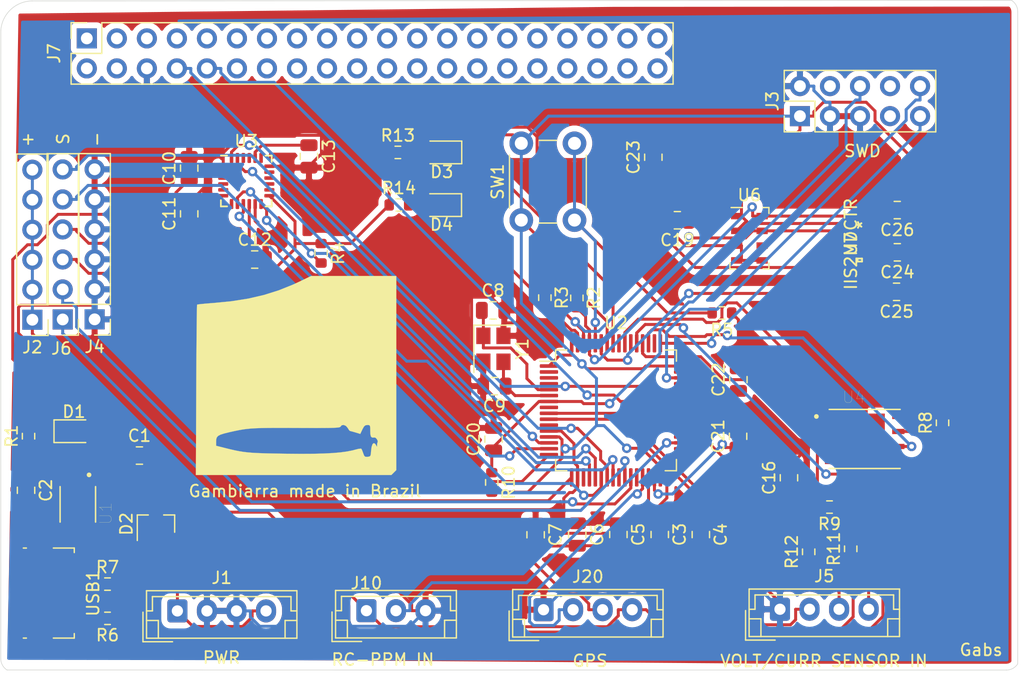
<source format=kicad_pcb>
(kicad_pcb (version 20171130) (host pcbnew "(5.1.9)-1")
  (layers (0 F.Cu signal) (31 B.Cu signal) (34 B.Paste user) (35 F.Paste user) (36 B.SilkS user) (37 F.SilkS user) (38 B.Mask user) (39 F.Mask user) (44 Edge.Cuts user))
  (net 0 "")
  (net 1 GNDPWR)
  (net 2 /unreg5V)
  (net 3 /3V3)
  (net 4 /PH0)
  (net 5 "Net-(C12-Pad1)")
  (net 6 "Net-(C13-Pad1)")
  (net 7 /NRST)
  (net 8 "Net-(C21-Pad1)")
  (net 9 "Net-(C22-Pad1)")
  (net 10 "Net-(D1-Pad1)")
  (net 11 /5V_BAT)
  (net 12 /5V_USB)
  (net 13 "Net-(D3-Pad1)")
  (net 14 "Net-(D3-Pad2)")
  (net 15 "Net-(D4-Pad2)")
  (net 16 "Net-(D4-Pad1)")
  (net 17 "Net-(J3-Pad4)")
  (net 18 "Net-(J3-Pad7)")
  (net 19 "Net-(J3-Pad8)")
  (net 20 /SWCLK)
  (net 21 /SWDIO)
  (net 22 "Net-(J5-Pad2)")
  (net 23 "Net-(J5-Pad3)")
  (net 24 "Net-(J5-Pad4)")
  (net 25 /OUT1)
  (net 26 /OUT2)
  (net 27 /OUT3)
  (net 28 /OUT4)
  (net 29 /OUT5)
  (net 30 /OUT6)
  (net 31 "Net-(J7-Pad1)")
  (net 32 "Net-(J7-Pad2)")
  (net 33 "Net-(J7-Pad3)")
  (net 34 "Net-(J7-Pad4)")
  (net 35 "Net-(J7-Pad5)")
  (net 36 "Net-(J7-Pad7)")
  (net 37 /UART1_RX)
  (net 38 "Net-(J7-Pad9)")
  (net 39 /UART1_TX)
  (net 40 "Net-(J7-Pad11)")
  (net 41 "Net-(J7-Pad12)")
  (net 42 "Net-(J7-Pad13)")
  (net 43 "Net-(J7-Pad14)")
  (net 44 "Net-(J7-Pad15)")
  (net 45 "Net-(J7-Pad16)")
  (net 46 "Net-(J7-Pad17)")
  (net 47 "Net-(J7-Pad18)")
  (net 48 "Net-(J7-Pad19)")
  (net 49 "Net-(J7-Pad20)")
  (net 50 "Net-(J7-Pad21)")
  (net 51 "Net-(J7-Pad22)")
  (net 52 "Net-(J7-Pad23)")
  (net 53 "Net-(J7-Pad24)")
  (net 54 "Net-(J7-Pad25)")
  (net 55 "Net-(J7-Pad26)")
  (net 56 "Net-(J7-Pad27)")
  (net 57 "Net-(J7-Pad28)")
  (net 58 "Net-(J7-Pad29)")
  (net 59 "Net-(J7-Pad30)")
  (net 60 "Net-(J7-Pad31)")
  (net 61 "Net-(J7-Pad32)")
  (net 62 "Net-(J7-Pad33)")
  (net 63 "Net-(J7-Pad34)")
  (net 64 "Net-(J7-Pad35)")
  (net 65 "Net-(J7-Pad36)")
  (net 66 "Net-(J7-Pad37)")
  (net 67 "Net-(J7-Pad38)")
  (net 68 "Net-(J7-Pad39)")
  (net 69 "Net-(J7-Pad40)")
  (net 70 /GPS_TX)
  (net 71 /GPS_RX)
  (net 72 "Net-(J9-Pad4)")
  (net 73 "Net-(J9-Pad3)")
  (net 74 /RC_PPM_IN)
  (net 75 /I2C1_SCL)
  (net 76 /I2C1_SDA)
  (net 77 /GYRO_CS)
  (net 78 /BOOT0)
  (net 79 /USB+)
  (net 80 /USB-)
  (net 81 "Net-(R8-Pad1)")
  (net 82 "Net-(R9-Pad1)")
  (net 83 /VOLT)
  (net 84 /CURR)
  (net 85 "Net-(U1-Pad4)")
  (net 86 "Net-(U2-Pad2)")
  (net 87 "Net-(U2-Pad3)")
  (net 88 "Net-(U2-Pad4)")
  (net 89 "Net-(U2-Pad8)")
  (net 90 "Net-(U2-Pad11)")
  (net 91 "Net-(U2-Pad19)")
  (net 92 /GYRO_SCK)
  (net 93 /GYRO_MISO)
  (net 94 /GYRO_MOSI)
  (net 95 /GYRO_INT)
  (net 96 "Net-(U2-Pad25)")
  (net 97 "Net-(U2-Pad28)")
  (net 98 "Net-(U2-Pad33)")
  (net 99 "Net-(U2-Pad34)")
  (net 100 "Net-(U2-Pad36)")
  (net 101 "Net-(U2-Pad37)")
  (net 102 "Net-(U2-Pad38)")
  (net 103 "Net-(U2-Pad39)")
  (net 104 "Net-(U2-Pad40)")
  (net 105 "Net-(U2-Pad41)")
  (net 106 "Net-(U2-Pad50)")
  (net 107 /FLASH_SCK)
  (net 108 /FLASH_MISO)
  (net 109 /FLASH_MOSI)
  (net 110 "Net-(U2-Pad54)")
  (net 111 /FLASH_CS)
  (net 112 "Net-(U2-Pad56)")
  (net 113 /MAG_DRDY)
  (net 114 "Net-(U3-Pad6)")
  (net 115 "Net-(U3-Pad7)")
  (net 116 "Net-(U6-Pad6)")
  (net 117 /PH1)
  (net 118 "Net-(C23-Pad2)")
  (net 119 "Net-(U7-Pad2)")
  (net 120 "Net-(U7-Pad11)")
  (net 121 "Net-(U7-Pad12)")
  (module Connector_JST:JST_EH_B3B-EH-A_1x03_P2.50mm_Vertical (layer F.Cu) (at 53.97 105.93)
    (fp_text reference J10 (at 0 -2.33) (layer F.SilkS))
    (fp_text value Conn_01x03_Male)
    (pad 3 thru_hole oval (at 5 0) (size 1.7 1.95) (drill 0.95) (layers *.Cu *.Mask) (net 1 GNDPWR))
    (pad 2 thru_hole oval (at 2.5 0) (size 1.7 1.95) (drill 0.95) (layers *.Cu *.Mask) (net 74 /RC_PPM_IN))
    (pad 1 thru_hole roundrect (at 0 0) (size 1.7 1.95) (drill 0.95) (layers *.Cu *.Mask) (roundrect_rratio 0.147059) (net 2 /unreg5V))
  )
  (module Downloads:nautilus (layer F.Cu) (at 48.03 85.98)
    (fp_text reference G*** hide)
    (fp_text value LOGO hide)
  )
  (module W25Q16JVZPIQ:SON127P500X600X80-9N (layer F.Cu) (at 96.116 91.396)
    (fp_text reference U4 (at -0.915 -3.535) (layer F.SilkS) (effects (font (thickness 0.015))))
    (fp_text value W25Q16JVZPIQ)
    (pad 9 smd rect (at 0 0) (size 3.4 4.3) (layers F.Cu F.Mask) (net 1 GNDPWR))
    (pad 8 smd rect (at 2.845 -1.905) (size 1.04 0.44) (layers F.Cu F.Paste F.Mask) (net 3 /3V3))
    (pad 7 smd rect (at 2.845 -0.635) (size 1.04 0.44) (layers F.Cu F.Paste F.Mask) (net 81 "Net-(R8-Pad1)"))
    (pad 6 smd rect (at 2.845 0.635) (size 1.04 0.44) (layers F.Cu F.Paste F.Mask) (net 107 /FLASH_SCK))
    (pad 5 smd rect (at 2.845 1.905) (size 1.04 0.44) (layers F.Cu F.Paste F.Mask) (net 109 /FLASH_MOSI))
    (pad 4 smd rect (at -2.845 1.905) (size 1.04 0.44) (layers F.Cu F.Paste F.Mask) (net 1 GNDPWR))
    (pad 3 smd rect (at -2.845 0.635) (size 1.04 0.44) (layers F.Cu F.Paste F.Mask) (net 82 "Net-(R9-Pad1)"))
    (pad 2 smd rect (at -2.845 -0.635) (size 1.04 0.44) (layers F.Cu F.Paste F.Mask) (net 108 /FLASH_MISO))
    (pad 1 smd rect (at -2.845 -1.905) (size 1.04 0.44) (layers F.Cu F.Paste F.Mask) (net 111 /FLASH_CS))
  )
  (module LD39200PU33R:SON95P300X300X100-7N (layer F.Cu) (at 29.56 96.93 270)
    (fp_text reference U1 (at 0.765 -2.362 90) (layer F.SilkS) (effects (font (thickness 0.015))))
    (fp_text value LD39200PU33R)
    (pad 7 smd rect (at 0 0 270) (size 1.63 2.37) (layers F.Cu F.Mask) (net 1 GNDPWR))
    (pad 6 smd rect (at 1.435 -0.95 270) (size 0.86 0.4) (layers F.Cu F.Paste F.Mask) (net 2 /unreg5V))
    (pad 5 smd rect (at 1.435 0 270) (size 0.86 0.4) (layers F.Cu F.Paste F.Mask) (net 2 /unreg5V))
    (pad 4 smd rect (at 1.435 0.95 270) (size 0.86 0.4) (layers F.Cu F.Paste F.Mask) (net 85 "Net-(U1-Pad4)"))
    (pad 3 smd rect (at -1.435 0.95 270) (size 0.86 0.4) (layers F.Cu F.Paste F.Mask) (net 1 GNDPWR))
    (pad 2 smd rect (at -1.435 0 270) (size 0.86 0.4) (layers F.Cu F.Paste F.Mask) (net 3 /3V3))
    (pad 1 smd rect (at -1.435 -0.95 270) (size 0.86 0.4) (layers F.Cu F.Paste F.Mask) (net 3 /3V3))
  )
  (module Capacitor_SMD:C_0805_2012Metric (layer F.Cu) (at 34.77 92.8)
    (fp_text reference C1 (at 0 -1.68) (layer F.SilkS))
    (fp_text value 10uF)
    (pad 2 smd roundrect (at 0.95 0) (size 1 1.45) (layers F.Cu F.Paste F.Mask) (net 1 GNDPWR))
    (pad 1 smd roundrect (at -0.95 0) (size 1 1.45) (layers F.Cu F.Paste F.Mask) (net 2 /unreg5V))
  )
  (module Capacitor_SMD:C_0805_2012Metric (layer F.Cu) (at 25.18 95.74 270)
    (fp_text reference C2 (at 0 -1.68 90) (layer F.SilkS))
    (fp_text value 10uF)
    (pad 1 smd roundrect (at -0.95 0 270) (size 1 1.45) (layers F.Cu F.Paste F.Mask) (net 3 /3V3))
    (pad 2 smd roundrect (at 0.95 0 270) (size 1 1.45) (layers F.Cu F.Paste F.Mask) (net 1 GNDPWR))
  )
  (module Capacitor_SMD:C_0805_2012Metric (layer F.Cu) (at 78.782 99.484 270)
    (fp_text reference C3 (at 0 -1.68 90) (layer F.SilkS))
    (fp_text value 100nF)
    (pad 2 smd roundrect (at 0.95 0 270) (size 1 1.45) (layers F.Cu F.Paste F.Mask) (net 3 /3V3))
    (pad 1 smd roundrect (at -0.95 0 270) (size 1 1.45) (layers F.Cu F.Paste F.Mask) (net 1 GNDPWR))
  )
  (module Capacitor_SMD:C_0805_2012Metric (layer F.Cu) (at 82.257 99.489 270)
    (fp_text reference C4 (at 0 -1.68 90) (layer F.SilkS))
    (fp_text value 100nF)
    (pad 1 smd roundrect (at -0.95 0 270) (size 1 1.45) (layers F.Cu F.Paste F.Mask) (net 1 GNDPWR))
    (pad 2 smd roundrect (at 0.95 0 270) (size 1 1.45) (layers F.Cu F.Paste F.Mask) (net 3 /3V3))
  )
  (module Capacitor_SMD:C_0805_2012Metric (layer F.Cu) (at 75.282 99.484 270)
    (fp_text reference C5 (at 0 -1.68 90) (layer F.SilkS))
    (fp_text value 100nF)
    (pad 2 smd roundrect (at 0.95 0 270) (size 1 1.45) (layers F.Cu F.Paste F.Mask) (net 3 /3V3))
    (pad 1 smd roundrect (at -0.95 0 270) (size 1 1.45) (layers F.Cu F.Paste F.Mask) (net 1 GNDPWR))
  )
  (module Capacitor_SMD:C_0805_2012Metric (layer F.Cu) (at 71.802 99.484 270)
    (fp_text reference C6 (at 0 -1.68 90) (layer F.SilkS))
    (fp_text value 100nF)
    (pad 1 smd roundrect (at -0.95 0 270) (size 1 1.45) (layers F.Cu F.Paste F.Mask) (net 1 GNDPWR))
    (pad 2 smd roundrect (at 0.95 0 270) (size 1 1.45) (layers F.Cu F.Paste F.Mask) (net 3 /3V3))
  )
  (module Capacitor_SMD:C_0805_2012Metric (layer F.Cu) (at 68.282 99.504 270)
    (fp_text reference C7 (at 0 -1.68 90) (layer F.SilkS))
    (fp_text value 100nF)
    (pad 2 smd roundrect (at 0.95 0 270) (size 1 1.45) (layers F.Cu F.Paste F.Mask) (net 3 /3V3))
    (pad 1 smd roundrect (at -0.95 0 270) (size 1 1.45) (layers F.Cu F.Paste F.Mask) (net 1 GNDPWR))
  )
  (module Capacitor_SMD:C_0805_2012Metric (layer F.Cu) (at 64.682 80.514)
    (fp_text reference C8 (at 0 -1.68) (layer F.SilkS))
    (fp_text value 10pF)
    (pad 1 smd roundrect (at -0.95 0) (size 1 1.45) (layers F.Cu F.Paste F.Mask) (net 4 /PH0))
    (pad 2 smd roundrect (at 0.95 0) (size 1 1.45) (layers F.Cu F.Paste F.Mask) (net 1 GNDPWR))
  )
  (module Capacitor_SMD:C_0805_2012Metric (layer F.Cu) (at 64.792 86.924 180)
    (fp_text reference C9 (at 0 -1.68) (layer F.SilkS))
    (fp_text value 10pF)
    (pad 2 smd roundrect (at 0.95 0 180) (size 1 1.45) (layers F.Cu F.Paste F.Mask) (net 1 GNDPWR))
    (pad 1 smd roundrect (at -0.95 0 180) (size 1 1.45) (layers F.Cu F.Paste F.Mask) (net 117 /PH1))
  )
  (module Capacitor_SMD:C_0805_2012Metric (layer F.Cu) (at 38.98 68.47 90)
    (fp_text reference C10 (at 0 -1.68 90) (layer F.SilkS))
    (fp_text value 2.2UuF)
    (pad 2 smd roundrect (at 0.95 0 90) (size 1 1.45) (layers F.Cu F.Paste F.Mask) (net 1 GNDPWR))
    (pad 1 smd roundrect (at -0.95 0 90) (size 1 1.45) (layers F.Cu F.Paste F.Mask) (net 3 /3V3))
  )
  (module Capacitor_SMD:C_0805_2012Metric (layer F.Cu) (at 38.98 72.34 90)
    (fp_text reference C11 (at 0 -1.68 90) (layer F.SilkS))
    (fp_text value 100nF)
    (pad 2 smd roundrect (at 0.95 0 90) (size 1 1.45) (layers F.Cu F.Paste F.Mask) (net 1 GNDPWR))
    (pad 1 smd roundrect (at -0.95 0 90) (size 1 1.45) (layers F.Cu F.Paste F.Mask) (net 3 /3V3))
  )
  (module Capacitor_SMD:C_0805_2012Metric (layer F.Cu) (at 44.52 76.21)
    (fp_text reference C12 (at 0 -1.68) (layer F.SilkS))
    (fp_text value 100nF)
    (pad 1 smd roundrect (at -0.95 0) (size 1 1.45) (layers F.Cu F.Paste F.Mask) (net 5 "Net-(C12-Pad1)"))
    (pad 2 smd roundrect (at 0.95 0) (size 1 1.45) (layers F.Cu F.Paste F.Mask) (net 1 GNDPWR))
  )
  (module Capacitor_SMD:C_0805_2012Metric (layer F.Cu) (at 49.11 67.48 270)
    (fp_text reference C13 (at 0 -1.68 90) (layer F.SilkS))
    (fp_text value 2.2nF)
    (pad 2 smd roundrect (at 0.95 0 270) (size 1 1.45) (layers F.Cu F.Paste F.Mask) (net 1 GNDPWR))
    (pad 1 smd roundrect (at -0.95 0 270) (size 1 1.45) (layers F.Cu F.Paste F.Mask) (net 6 "Net-(C13-Pad1)"))
  )
  (module Capacitor_SMD:C_0805_2012Metric (layer F.Cu) (at 89.71 94.68 90)
    (fp_text reference C16 (at 0 -1.68 90) (layer F.SilkS))
    (fp_text value 100nF)
    (pad 1 smd roundrect (at -0.95 0 90) (size 1 1.45) (layers F.Cu F.Paste F.Mask) (net 3 /3V3))
    (pad 2 smd roundrect (at 0.95 0 90) (size 1 1.45) (layers F.Cu F.Paste F.Mask) (net 1 GNDPWR))
  )
  (module Capacitor_SMD:C_0805_2012Metric (layer F.Cu) (at 80.27 72.882 180)
    (fp_text reference C19 (at 0 -1.68) (layer F.SilkS))
    (fp_text value 100nF)
    (pad 2 smd roundrect (at 0.95 0 180) (size 1 1.45) (layers F.Cu F.Paste F.Mask) (net 1 GNDPWR))
    (pad 1 smd roundrect (at -0.95 0 180) (size 1 1.45) (layers F.Cu F.Paste F.Mask) (net 3 /3V3))
  )
  (module Capacitor_SMD:C_0805_2012Metric (layer F.Cu) (at 64.722 91.414 90)
    (fp_text reference C20 (at 0 -1.68 90) (layer F.SilkS))
    (fp_text value 100nF)
    (pad 2 smd roundrect (at 0.95 0 90) (size 1 1.45) (layers F.Cu F.Paste F.Mask) (net 1 GNDPWR))
    (pad 1 smd roundrect (at -0.95 0 90) (size 1 1.45) (layers F.Cu F.Paste F.Mask) (net 7 /NRST))
  )
  (module Capacitor_SMD:C_0805_2012Metric (layer F.Cu) (at 85.407 91.169 90)
    (fp_text reference C21 (at 0 -1.68 90) (layer F.SilkS))
    (fp_text value 2.2uF)
    (pad 1 smd roundrect (at -0.95 0 90) (size 1 1.45) (layers F.Cu F.Paste F.Mask) (net 8 "Net-(C21-Pad1)"))
    (pad 2 smd roundrect (at 0.95 0 90) (size 1 1.45) (layers F.Cu F.Paste F.Mask) (net 1 GNDPWR))
  )
  (module Capacitor_SMD:C_0805_2012Metric (layer F.Cu) (at 85.432 86.374 90)
    (fp_text reference C22 (at 0 -1.68 90) (layer F.SilkS))
    (fp_text value 2.2uF)
    (pad 1 smd roundrect (at -0.95 0 90) (size 1 1.45) (layers F.Cu F.Paste F.Mask) (net 9 "Net-(C22-Pad1)"))
    (pad 2 smd roundrect (at 0.95 0 90) (size 1 1.45) (layers F.Cu F.Paste F.Mask) (net 1 GNDPWR))
  )
  (module Capacitor_SMD:C_0805_2012Metric (layer F.Cu) (at 78.238 67.548 90)
    (fp_text reference C23 (at 0 -1.68 90) (layer F.SilkS))
    (fp_text value 220nF)
    (pad 1 smd roundrect (at -0.95 0 90) (size 1 1.45) (layers F.Cu F.Paste F.Mask) (net 1 GNDPWR))
    (pad 2 smd roundrect (at 0.95 0 90) (size 1 1.45) (layers F.Cu F.Paste F.Mask) (net 118 "Net-(C23-Pad2)"))
  )
  (module Capacitor_SMD:C_0805_2012Metric (layer F.Cu) (at 98.875 75.597 180)
    (fp_text reference C24 (at 0 -1.68) (layer F.SilkS))
    (fp_text value 100nF)
    (pad 2 smd roundrect (at 0.95 0 180) (size 1 1.45) (layers F.Cu F.Paste F.Mask) (net 1 GNDPWR))
    (pad 1 smd roundrect (at -0.95 0 180) (size 1 1.45) (layers F.Cu F.Paste F.Mask) (net 3 /3V3))
  )
  (module Capacitor_SMD:C_0805_2012Metric (layer F.Cu) (at 98.81 78.942 180)
    (fp_text reference C25 (at 0 -1.68) (layer F.SilkS))
    (fp_text value 100nF)
    (pad 1 smd roundrect (at -0.95 0 180) (size 1 1.45) (layers F.Cu F.Paste F.Mask) (net 3 /3V3))
    (pad 2 smd roundrect (at 0.95 0 180) (size 1 1.45) (layers F.Cu F.Paste F.Mask) (net 1 GNDPWR))
  )
  (module Capacitor_SMD:C_0805_2012Metric (layer F.Cu) (at 98.87 72.022 180)
    (fp_text reference C26 (at 0 -1.68) (layer F.SilkS))
    (fp_text value 10uF)
    (pad 1 smd roundrect (at -0.95 0 180) (size 1 1.45) (layers F.Cu F.Paste F.Mask) (net 3 /3V3))
    (pad 2 smd roundrect (at 0.95 0 180) (size 1 1.45) (layers F.Cu F.Paste F.Mask) (net 1 GNDPWR))
  )
  (module LED_SMD:LED_0805_2012Metric (layer F.Cu) (at 29.23 90.74)
    (fp_text reference D1 (at 0 -1.65) (layer F.SilkS))
    (fp_text value LED)
    (pad 1 smd roundrect (at -0.9375 0) (size 0.975 1.4) (layers F.Cu F.Paste F.Mask) (net 10 "Net-(D1-Pad1)"))
    (pad 2 smd roundrect (at 0.9375 0) (size 0.975 1.4) (layers F.Cu F.Paste F.Mask) (net 3 /3V3))
  )
  (module Package_TO_SOT_SMD:SOT-23 (layer F.Cu) (at 36.17 98.59 90)
    (fp_text reference D2 (at 0 -2.5 90) (layer F.SilkS))
    (fp_text value BAT54C)
    (pad 1 smd rect (at -1 -0.95 90) (size 0.9 0.8) (layers F.Cu F.Paste F.Mask) (net 11 /5V_BAT))
    (pad 2 smd rect (at -1 0.95 90) (size 0.9 0.8) (layers F.Cu F.Paste F.Mask) (net 12 /5V_USB))
    (pad 3 smd rect (at 1 0 90) (size 0.9 0.8) (layers F.Cu F.Paste F.Mask) (net 2 /unreg5V))
  )
  (module LED_SMD:LED_0805_2012Metric (layer F.Cu) (at 60.3475 67.14 180)
    (fp_text reference D3 (at 0 -1.65) (layer F.SilkS))
    (fp_text value LED)
    (pad 2 smd roundrect (at 0.9375 0 180) (size 0.975 1.4) (layers F.Cu F.Paste F.Mask) (net 14 "Net-(D3-Pad2)"))
    (pad 1 smd roundrect (at -0.9375 0 180) (size 0.975 1.4) (layers F.Cu F.Paste F.Mask) (net 13 "Net-(D3-Pad1)"))
  )
  (module LED_SMD:LED_0805_2012Metric (layer F.Cu) (at 60.33 71.6 180)
    (fp_text reference D4 (at 0 -1.65) (layer F.SilkS))
    (fp_text value LED)
    (pad 1 smd roundrect (at -0.9375 0 180) (size 0.975 1.4) (layers F.Cu F.Paste F.Mask) (net 16 "Net-(D4-Pad1)"))
    (pad 2 smd roundrect (at 0.9375 0 180) (size 0.975 1.4) (layers F.Cu F.Paste F.Mask) (net 15 "Net-(D4-Pad2)"))
  )
  (module Connector_JST:JST_EH_B4B-EH-A_1x04_P2.50mm_Vertical (layer F.Cu) (at 37.98 105.95)
    (fp_text reference J1 (at 3.75 -2.8) (layer F.SilkS))
    (fp_text value Conn_01x04)
    (pad 1 thru_hole roundrect (at 0 0) (size 1.7 1.95) (drill 0.95) (layers *.Cu *.Mask) (roundrect_rratio 0.147059) (net 11 /5V_BAT))
    (pad 2 thru_hole oval (at 2.5 0) (size 1.7 1.95) (drill 0.95) (layers *.Cu *.Mask) (net 1 GNDPWR))
    (pad 3 thru_hole oval (at 5 0) (size 1.7 1.95) (drill 0.95) (layers *.Cu *.Mask) (net 1 GNDPWR))
    (pad 4 thru_hole oval (at 7.5 0) (size 1.7 1.95) (drill 0.95) (layers *.Cu *.Mask) (net 11 /5V_BAT))
  )
  (module Connector_PinHeader_2.54mm:PinHeader_1x06_P2.54mm_Vertical (layer F.Cu) (at 25.715 81.305 180)
    (fp_text reference J2 (at 0 -2.33) (layer F.SilkS))
    (fp_text value Conn_01x06_Male)
    (pad 6 thru_hole oval (at 0 12.7 180) (size 1.7 1.7) (drill 1) (layers *.Cu *.Mask) (net 2 /unreg5V))
    (pad 5 thru_hole oval (at 0 10.16 180) (size 1.7 1.7) (drill 1) (layers *.Cu *.Mask) (net 2 /unreg5V))
    (pad 4 thru_hole oval (at 0 7.62 180) (size 1.7 1.7) (drill 1) (layers *.Cu *.Mask) (net 2 /unreg5V))
    (pad 3 thru_hole oval (at 0 5.08 180) (size 1.7 1.7) (drill 1) (layers *.Cu *.Mask) (net 2 /unreg5V))
    (pad 2 thru_hole oval (at 0 2.54 180) (size 1.7 1.7) (drill 1) (layers *.Cu *.Mask) (net 2 /unreg5V))
    (pad 1 thru_hole rect (at 0 0 180) (size 1.7 1.7) (drill 1) (layers *.Cu *.Mask) (net 2 /unreg5V))
  )
  (module Connector_PinHeader_2.54mm:PinHeader_2x05_P2.54mm_Vertical (layer F.Cu) (at 90.64 64.07 90)
    (fp_text reference J3 (at 1.27 -2.33 90) (layer F.SilkS))
    (fp_text value Conn_02x05_Counter_Clockwise)
    (pad 1 thru_hole rect (at 0 0 90) (size 1.7 1.7) (drill 1) (layers *.Cu *.Mask) (net 3 /3V3))
    (pad 2 thru_hole oval (at 2.54 0 90) (size 1.7 1.7) (drill 1) (layers *.Cu *.Mask) (net 1 GNDPWR))
    (pad 3 thru_hole oval (at 0 2.54 90) (size 1.7 1.7) (drill 1) (layers *.Cu *.Mask) (net 1 GNDPWR))
    (pad 4 thru_hole oval (at 2.54 2.54 90) (size 1.7 1.7) (drill 1) (layers *.Cu *.Mask) (net 17 "Net-(J3-Pad4)"))
    (pad 5 thru_hole oval (at 0 5.08 90) (size 1.7 1.7) (drill 1) (layers *.Cu *.Mask) (net 1 GNDPWR))
    (pad 6 thru_hole oval (at 2.54 5.08 90) (size 1.7 1.7) (drill 1) (layers *.Cu *.Mask) (net 7 /NRST))
    (pad 7 thru_hole oval (at 0 7.62 90) (size 1.7 1.7) (drill 1) (layers *.Cu *.Mask) (net 18 "Net-(J3-Pad7)"))
    (pad 8 thru_hole oval (at 2.54 7.62 90) (size 1.7 1.7) (drill 1) (layers *.Cu *.Mask) (net 19 "Net-(J3-Pad8)"))
    (pad 9 thru_hole oval (at 0 10.16 90) (size 1.7 1.7) (drill 1) (layers *.Cu *.Mask) (net 20 /SWCLK))
    (pad 10 thru_hole oval (at 2.54 10.16 90) (size 1.7 1.7) (drill 1) (layers *.Cu *.Mask) (net 21 /SWDIO))
  )
  (module Connector_PinHeader_2.54mm:PinHeader_1x06_P2.54mm_Vertical (layer F.Cu) (at 30.98 81.27 180)
    (fp_text reference J4 (at 0 -2.33) (layer F.SilkS))
    (fp_text value Conn_01x06_Male)
    (pad 1 thru_hole rect (at 0 0 180) (size 1.7 1.7) (drill 1) (layers *.Cu *.Mask) (net 1 GNDPWR))
    (pad 2 thru_hole oval (at 0 2.54 180) (size 1.7 1.7) (drill 1) (layers *.Cu *.Mask) (net 1 GNDPWR))
    (pad 3 thru_hole oval (at 0 5.08 180) (size 1.7 1.7) (drill 1) (layers *.Cu *.Mask) (net 1 GNDPWR))
    (pad 4 thru_hole oval (at 0 7.62 180) (size 1.7 1.7) (drill 1) (layers *.Cu *.Mask) (net 1 GNDPWR))
    (pad 5 thru_hole oval (at 0 10.16 180) (size 1.7 1.7) (drill 1) (layers *.Cu *.Mask) (net 1 GNDPWR))
    (pad 6 thru_hole oval (at 0 12.7 180) (size 1.7 1.7) (drill 1) (layers *.Cu *.Mask) (net 1 GNDPWR))
  )
  (module Connector_USB:USB_Micro-B_Molex_47346-0001 (layer F.Cu) (at 27.55 104.44 270)
    (fp_text reference USB1 (at 0 -3.3 270) (layer F.SilkS))
    (fp_text value USB_B_Micro)
    (pad 1 smd rect (at -1.3 -1.46 270) (size 0.45 1.38) (layers F.Cu F.Paste F.Mask) (net 12 /5V_USB))
    (pad 2 smd rect (at -0.65 -1.46 270) (size 0.45 1.38) (layers F.Cu F.Paste F.Mask) (net 22 "Net-(J5-Pad2)"))
    (pad 3 smd rect (at 0 -1.46 270) (size 0.45 1.38) (layers F.Cu F.Paste F.Mask) (net 23 "Net-(J5-Pad3)"))
    (pad 4 smd rect (at 0.65 -1.46 270) (size 0.45 1.38) (layers F.Cu F.Paste F.Mask) (net 24 "Net-(J5-Pad4)"))
    (pad 5 smd rect (at 1.3 -1.46 270) (size 0.45 1.38) (layers F.Cu F.Paste F.Mask) (net 1 GNDPWR))
    (pad 6 smd rect (at -2.4875 -1.375 270) (size 1.425 1.55) (layers F.Cu F.Paste F.Mask) (net 1 GNDPWR))
    (pad 6 smd rect (at 2.4875 -1.375 270) (size 1.425 1.55) (layers F.Cu F.Paste F.Mask) (net 1 GNDPWR))
    (pad 6 smd rect (at -3.375 1.2 270) (size 1.65 1.3) (layers F.Cu F.Paste F.Mask) (net 1 GNDPWR))
    (pad 6 smd rect (at 3.375 1.2 270) (size 1.65 1.3) (layers F.Cu F.Paste F.Mask) (net 1 GNDPWR))
    (pad 6 smd rect (at -1.15 1.2 270) (size 1.8 1.9) (layers F.Cu F.Paste F.Mask) (net 1 GNDPWR))
    (pad 6 smd rect (at 1.55 1.2 270) (size 1 1.9) (layers F.Cu F.Paste F.Mask) (net 1 GNDPWR))
  )
  (module Connector_PinHeader_2.54mm:PinHeader_1x06_P2.54mm_Vertical (layer F.Cu) (at 28.28 81.28 180)
    (fp_text reference J6 (at 0.11 -2.46) (layer F.SilkS))
    (fp_text value Conn_01x06_Male)
    (pad 1 thru_hole rect (at 0 0 180) (size 1.7 1.7) (drill 1) (layers *.Cu *.Mask) (net 25 /OUT1))
    (pad 2 thru_hole oval (at 0 2.54 180) (size 1.7 1.7) (drill 1) (layers *.Cu *.Mask) (net 26 /OUT2))
    (pad 3 thru_hole oval (at 0 5.08 180) (size 1.7 1.7) (drill 1) (layers *.Cu *.Mask) (net 27 /OUT3))
    (pad 4 thru_hole oval (at 0 7.62 180) (size 1.7 1.7) (drill 1) (layers *.Cu *.Mask) (net 28 /OUT4))
    (pad 5 thru_hole oval (at 0 10.16 180) (size 1.7 1.7) (drill 1) (layers *.Cu *.Mask) (net 29 /OUT5))
    (pad 6 thru_hole oval (at 0 12.7 180) (size 1.7 1.7) (drill 1) (layers *.Cu *.Mask) (net 30 /OUT6))
  )
  (module Connector_PinSocket_2.54mm:PinSocket_2x20_P2.54mm_Vertical (layer F.Cu) (at 30.32 57.49 90)
    (fp_text reference J7 (at -1.27 -2.77 90) (layer F.SilkS))
    (fp_text value Conn_02x20_Odd_Even)
    (pad 1 thru_hole rect (at 0 0 90) (size 1.7 1.7) (drill 1) (layers *.Cu *.Mask) (net 31 "Net-(J7-Pad1)"))
    (pad 2 thru_hole oval (at -2.54 0 90) (size 1.7 1.7) (drill 1) (layers *.Cu *.Mask) (net 32 "Net-(J7-Pad2)"))
    (pad 3 thru_hole oval (at 0 2.54 90) (size 1.7 1.7) (drill 1) (layers *.Cu *.Mask) (net 33 "Net-(J7-Pad3)"))
    (pad 4 thru_hole oval (at -2.54 2.54 90) (size 1.7 1.7) (drill 1) (layers *.Cu *.Mask) (net 34 "Net-(J7-Pad4)"))
    (pad 5 thru_hole oval (at 0 5.08 90) (size 1.7 1.7) (drill 1) (layers *.Cu *.Mask) (net 35 "Net-(J7-Pad5)"))
    (pad 6 thru_hole oval (at -2.54 5.08 90) (size 1.7 1.7) (drill 1) (layers *.Cu *.Mask) (net 1 GNDPWR))
    (pad 7 thru_hole oval (at 0 7.62 90) (size 1.7 1.7) (drill 1) (layers *.Cu *.Mask) (net 36 "Net-(J7-Pad7)"))
    (pad 8 thru_hole oval (at -2.54 7.62 90) (size 1.7 1.7) (drill 1) (layers *.Cu *.Mask) (net 37 /UART1_RX))
    (pad 9 thru_hole oval (at 0 10.16 90) (size 1.7 1.7) (drill 1) (layers *.Cu *.Mask) (net 38 "Net-(J7-Pad9)"))
    (pad 10 thru_hole oval (at -2.54 10.16 90) (size 1.7 1.7) (drill 1) (layers *.Cu *.Mask) (net 39 /UART1_TX))
    (pad 11 thru_hole oval (at 0 12.7 90) (size 1.7 1.7) (drill 1) (layers *.Cu *.Mask) (net 40 "Net-(J7-Pad11)"))
    (pad 12 thru_hole oval (at -2.54 12.7 90) (size 1.7 1.7) (drill 1) (layers *.Cu *.Mask) (net 41 "Net-(J7-Pad12)"))
    (pad 13 thru_hole oval (at 0 15.24 90) (size 1.7 1.7) (drill 1) (layers *.Cu *.Mask) (net 42 "Net-(J7-Pad13)"))
    (pad 14 thru_hole oval (at -2.54 15.24 90) (size 1.7 1.7) (drill 1) (layers *.Cu *.Mask) (net 43 "Net-(J7-Pad14)"))
    (pad 15 thru_hole oval (at 0 17.78 90) (size 1.7 1.7) (drill 1) (layers *.Cu *.Mask) (net 44 "Net-(J7-Pad15)"))
    (pad 16 thru_hole oval (at -2.54 17.78 90) (size 1.7 1.7) (drill 1) (layers *.Cu *.Mask) (net 45 "Net-(J7-Pad16)"))
    (pad 17 thru_hole oval (at 0 20.32 90) (size 1.7 1.7) (drill 1) (layers *.Cu *.Mask) (net 46 "Net-(J7-Pad17)"))
    (pad 18 thru_hole oval (at -2.54 20.32 90) (size 1.7 1.7) (drill 1) (layers *.Cu *.Mask) (net 47 "Net-(J7-Pad18)"))
    (pad 19 thru_hole oval (at 0 22.86 90) (size 1.7 1.7) (drill 1) (layers *.Cu *.Mask) (net 48 "Net-(J7-Pad19)"))
    (pad 20 thru_hole oval (at -2.54 22.86 90) (size 1.7 1.7) (drill 1) (layers *.Cu *.Mask) (net 49 "Net-(J7-Pad20)"))
    (pad 21 thru_hole oval (at 0 25.4 90) (size 1.7 1.7) (drill 1) (layers *.Cu *.Mask) (net 50 "Net-(J7-Pad21)"))
    (pad 22 thru_hole oval (at -2.54 25.4 90) (size 1.7 1.7) (drill 1) (layers *.Cu *.Mask) (net 51 "Net-(J7-Pad22)"))
    (pad 23 thru_hole oval (at 0 27.94 90) (size 1.7 1.7) (drill 1) (layers *.Cu *.Mask) (net 52 "Net-(J7-Pad23)"))
    (pad 24 thru_hole oval (at -2.54 27.94 90) (size 1.7 1.7) (drill 1) (layers *.Cu *.Mask) (net 53 "Net-(J7-Pad24)"))
    (pad 25 thru_hole oval (at 0 30.48 90) (size 1.7 1.7) (drill 1) (layers *.Cu *.Mask) (net 54 "Net-(J7-Pad25)"))
    (pad 26 thru_hole oval (at -2.54 30.48 90) (size 1.7 1.7) (drill 1) (layers *.Cu *.Mask) (net 55 "Net-(J7-Pad26)"))
    (pad 27 thru_hole oval (at 0 33.02 90) (size 1.7 1.7) (drill 1) (layers *.Cu *.Mask) (net 56 "Net-(J7-Pad27)"))
    (pad 28 thru_hole oval (at -2.54 33.02 90) (size 1.7 1.7) (drill 1) (layers *.Cu *.Mask) (net 57 "Net-(J7-Pad28)"))
    (pad 29 thru_hole oval (at 0 35.56 90) (size 1.7 1.7) (drill 1) (layers *.Cu *.Mask) (net 58 "Net-(J7-Pad29)"))
    (pad 30 thru_hole oval (at -2.54 35.56 90) (size 1.7 1.7) (drill 1) (layers *.Cu *.Mask) (net 59 "Net-(J7-Pad30)"))
    (pad 31 thru_hole oval (at 0 38.1 90) (size 1.7 1.7) (drill 1) (layers *.Cu *.Mask) (net 60 "Net-(J7-Pad31)"))
    (pad 32 thru_hole oval (at -2.54 38.1 90) (size 1.7 1.7) (drill 1) (layers *.Cu *.Mask) (net 61 "Net-(J7-Pad32)"))
    (pad 33 thru_hole oval (at 0 40.64 90) (size 1.7 1.7) (drill 1) (layers *.Cu *.Mask) (net 62 "Net-(J7-Pad33)"))
    (pad 34 thru_hole oval (at -2.54 40.64 90) (size 1.7 1.7) (drill 1) (layers *.Cu *.Mask) (net 63 "Net-(J7-Pad34)"))
    (pad 35 thru_hole oval (at 0 43.18 90) (size 1.7 1.7) (drill 1) (layers *.Cu *.Mask) (net 64 "Net-(J7-Pad35)"))
    (pad 36 thru_hole oval (at -2.54 43.18 90) (size 1.7 1.7) (drill 1) (layers *.Cu *.Mask) (net 65 "Net-(J7-Pad36)"))
    (pad 37 thru_hole oval (at 0 45.72 90) (size 1.7 1.7) (drill 1) (layers *.Cu *.Mask) (net 66 "Net-(J7-Pad37)"))
    (pad 38 thru_hole oval (at -2.54 45.72 90) (size 1.7 1.7) (drill 1) (layers *.Cu *.Mask) (net 67 "Net-(J7-Pad38)"))
    (pad 39 thru_hole oval (at 0 48.26 90) (size 1.7 1.7) (drill 1) (layers *.Cu *.Mask) (net 68 "Net-(J7-Pad39)"))
    (pad 40 thru_hole oval (at -2.54 48.26 90) (size 1.7 1.7) (drill 1) (layers *.Cu *.Mask) (net 69 "Net-(J7-Pad40)"))
  )
  (module Connector_JST:JST_EH_B4B-EH-A_1x04_P2.50mm_Vertical (layer F.Cu) (at 68.95 105.85)
    (fp_text reference J20 (at 3.75 -2.8) (layer F.SilkS))
    (fp_text value Conn_01x04)
    (pad 4 thru_hole oval (at 7.5 0) (size 1.7 1.95) (drill 0.95) (layers *.Cu *.Mask) (net 2 /unreg5V))
    (pad 3 thru_hole oval (at 5 0) (size 1.7 1.95) (drill 0.95) (layers *.Cu *.Mask) (net 71 /GPS_RX))
    (pad 2 thru_hole oval (at 2.5 0) (size 1.7 1.95) (drill 0.95) (layers *.Cu *.Mask) (net 70 /GPS_TX))
    (pad 1 thru_hole roundrect (at 0 0) (size 1.7 1.95) (drill 0.95) (layers *.Cu *.Mask) (roundrect_rratio 0.147059) (net 1 GNDPWR))
  )
  (module Connector_JST:JST_EH_B4B-EH-A_1x04_P2.50mm_Vertical (layer F.Cu) (at 88.95 105.81)
    (fp_text reference J5 (at 3.75 -2.8) (layer F.SilkS))
    (fp_text value Conn_01x04)
    (pad 1 thru_hole roundrect (at 0 0) (size 1.7 1.95) (drill 0.95) (layers *.Cu *.Mask) (roundrect_rratio 0.147059) (net 1 GNDPWR))
    (pad 2 thru_hole oval (at 2.5 0) (size 1.7 1.95) (drill 0.95) (layers *.Cu *.Mask) (net 2 /unreg5V))
    (pad 3 thru_hole oval (at 5 0) (size 1.7 1.95) (drill 0.95) (layers *.Cu *.Mask) (net 73 "Net-(J9-Pad3)"))
    (pad 4 thru_hole oval (at 7.5 0) (size 1.7 1.95) (drill 0.95) (layers *.Cu *.Mask) (net 72 "Net-(J9-Pad4)"))
  )
  (module Resistor_SMD:R_0603_1608Metric (layer F.Cu) (at 25.39 91.16 90)
    (fp_text reference R1 (at 0 -1.43 90) (layer F.SilkS))
    (fp_text value 330)
    (pad 1 smd roundrect (at -0.825 0 90) (size 0.8 0.95) (layers F.Cu F.Paste F.Mask) (net 1 GNDPWR))
    (pad 2 smd roundrect (at 0.825 0 90) (size 0.8 0.95) (layers F.Cu F.Paste F.Mask) (net 10 "Net-(D1-Pad1)"))
  )
  (module Resistor_SMD:R_0603_1608Metric (layer F.Cu) (at 71.772 79.459 270)
    (fp_text reference R2 (at 0 -1.43 90) (layer F.SilkS))
    (fp_text value 2K2)
    (pad 1 smd roundrect (at -0.825 0 270) (size 0.8 0.95) (layers F.Cu F.Paste F.Mask) (net 3 /3V3))
    (pad 2 smd roundrect (at 0.825 0 270) (size 0.8 0.95) (layers F.Cu F.Paste F.Mask) (net 75 /I2C1_SCL))
  )
  (module Resistor_SMD:R_0603_1608Metric (layer F.Cu) (at 69.062 79.434 270)
    (fp_text reference R3 (at 0 -1.43 90) (layer F.SilkS))
    (fp_text value 2K2)
    (pad 2 smd roundrect (at 0.825 0 270) (size 0.8 0.95) (layers F.Cu F.Paste F.Mask) (net 76 /I2C1_SDA))
    (pad 1 smd roundrect (at -0.825 0 270) (size 0.8 0.95) (layers F.Cu F.Paste F.Mask) (net 3 /3V3))
  )
  (module Resistor_SMD:R_0603_1608Metric (layer F.Cu) (at 50.136 75.678 270)
    (fp_text reference R4 (at 0 -1.43 90) (layer F.SilkS))
    (fp_text value 10K)
    (pad 2 smd roundrect (at 0.825 0 270) (size 0.8 0.95) (layers F.Cu F.Paste F.Mask) (net 77 /GYRO_CS))
    (pad 1 smd roundrect (at -0.825 0 270) (size 0.8 0.95) (layers F.Cu F.Paste F.Mask) (net 3 /3V3))
  )
  (module Resistor_SMD:R_0603_1608Metric (layer F.Cu) (at 84.04 80.73 180)
    (fp_text reference R5 (at 0 -1.43) (layer F.SilkS))
    (fp_text value 10K)
    (pad 1 smd roundrect (at -0.825 0 180) (size 0.8 0.95) (layers F.Cu F.Paste F.Mask) (net 1 GNDPWR))
    (pad 2 smd roundrect (at 0.825 0 180) (size 0.8 0.95) (layers F.Cu F.Paste F.Mask) (net 78 /BOOT0))
  )
  (module Resistor_SMD:R_0603_1608Metric (layer F.Cu) (at 32.07 106.58 180)
    (fp_text reference R6 (at 0 -1.43) (layer F.SilkS))
    (fp_text value 22)
    (pad 2 smd roundrect (at 0.825 0 180) (size 0.8 0.95) (layers F.Cu F.Paste F.Mask) (net 23 "Net-(J5-Pad3)"))
    (pad 1 smd roundrect (at -0.825 0 180) (size 0.8 0.95) (layers F.Cu F.Paste F.Mask) (net 79 /USB+))
  )
  (module Resistor_SMD:R_0603_1608Metric (layer F.Cu) (at 32.07 103.68)
    (fp_text reference R7 (at 0 -1.43) (layer F.SilkS))
    (fp_text value 22)
    (pad 1 smd roundrect (at -0.825 0) (size 0.8 0.95) (layers F.Cu F.Paste F.Mask) (net 22 "Net-(J5-Pad2)"))
    (pad 2 smd roundrect (at 0.825 0) (size 0.8 0.95) (layers F.Cu F.Paste F.Mask) (net 80 /USB-))
  )
  (module Resistor_SMD:R_0603_1608Metric (layer F.Cu) (at 102.7 90.03 90)
    (fp_text reference R8 (at 0 -1.43 90) (layer F.SilkS))
    (fp_text value 10K)
    (pad 2 smd roundrect (at 0.825 0 90) (size 0.8 0.95) (layers F.Cu F.Paste F.Mask) (net 3 /3V3))
    (pad 1 smd roundrect (at -0.825 0 90) (size 0.8 0.95) (layers F.Cu F.Paste F.Mask) (net 81 "Net-(R8-Pad1)"))
  )
  (module Resistor_SMD:R_0603_1608Metric (layer F.Cu) (at 93.14 97.16 180)
    (fp_text reference R9 (at 0 -1.43) (layer F.SilkS))
    (fp_text value 10K)
    (pad 1 smd roundrect (at -0.825 0 180) (size 0.8 0.95) (layers F.Cu F.Paste F.Mask) (net 82 "Net-(R9-Pad1)"))
    (pad 2 smd roundrect (at 0.825 0 180) (size 0.8 0.95) (layers F.Cu F.Paste F.Mask) (net 3 /3V3))
  )
  (module Resistor_SMD:R_0603_1608Metric (layer F.Cu) (at 64.572 95.074 270)
    (fp_text reference R10 (at 0 -1.43 90) (layer F.SilkS))
    (fp_text value 10K)
    (pad 2 smd roundrect (at 0.825 0 270) (size 0.8 0.95) (layers F.Cu F.Paste F.Mask) (net 3 /3V3))
    (pad 1 smd roundrect (at -0.825 0 270) (size 0.8 0.95) (layers F.Cu F.Paste F.Mask) (net 7 /NRST))
  )
  (module Resistor_SMD:R_0603_1608Metric (layer F.Cu) (at 94.934 100.694 90)
    (fp_text reference R11 (at 0 -1.43 90) (layer F.SilkS))
    (fp_text value 1K)
    (pad 1 smd roundrect (at -0.825 0 90) (size 0.8 0.95) (layers F.Cu F.Paste F.Mask) (net 72 "Net-(J9-Pad4)"))
    (pad 2 smd roundrect (at 0.825 0 90) (size 0.8 0.95) (layers F.Cu F.Paste F.Mask) (net 83 /VOLT))
  )
  (module Resistor_SMD:R_0603_1608Metric (layer F.Cu) (at 91.378 100.948 90)
    (fp_text reference R12 (at 0 -1.43 90) (layer F.SilkS))
    (fp_text value 1K)
    (pad 2 smd roundrect (at 0.825 0 90) (size 0.8 0.95) (layers F.Cu F.Paste F.Mask) (net 84 /CURR))
    (pad 1 smd roundrect (at -0.825 0 90) (size 0.8 0.95) (layers F.Cu F.Paste F.Mask) (net 73 "Net-(J9-Pad3)"))
  )
  (module Resistor_SMD:R_0603_1608Metric (layer F.Cu) (at 56.63 67.14)
    (fp_text reference R13 (at 0 -1.43) (layer F.SilkS))
    (fp_text value 330)
    (pad 2 smd roundrect (at 0.825 0) (size 0.8 0.95) (layers F.Cu F.Paste F.Mask) (net 14 "Net-(D3-Pad2)"))
    (pad 1 smd roundrect (at -0.825 0) (size 0.8 0.95) (layers F.Cu F.Paste F.Mask) (net 3 /3V3))
  )
  (module Resistor_SMD:R_0603_1608Metric (layer F.Cu) (at 56.72 71.59)
    (fp_text reference R14 (at 0 -1.43) (layer F.SilkS))
    (fp_text value 330)
    (pad 1 smd roundrect (at -0.825 0) (size 0.8 0.95) (layers F.Cu F.Paste F.Mask) (net 3 /3V3))
    (pad 2 smd roundrect (at 0.825 0) (size 0.8 0.95) (layers F.Cu F.Paste F.Mask) (net 15 "Net-(D4-Pad2)"))
  )
  (module Button_Switch_THT:SW_PUSH_6mm (layer F.Cu) (at 67.07 72.87 90)
    (fp_text reference SW1 (at 3.25 -2 90) (layer F.SilkS))
    (fp_text value SW_DPST)
    (pad 2 thru_hole circle (at 0 4.5 180) (size 2 2) (drill 1.1) (layers *.Cu *.Mask) (net 78 /BOOT0))
    (pad 1 thru_hole circle (at 0 0 180) (size 2 2) (drill 1.1) (layers *.Cu *.Mask) (net 3 /3V3))
    (pad 2 thru_hole circle (at 6.5 4.5 180) (size 2 2) (drill 1.1) (layers *.Cu *.Mask) (net 78 /BOOT0))
    (pad 1 thru_hole circle (at 6.5 0 180) (size 2 2) (drill 1.1) (layers *.Cu *.Mask) (net 3 /3V3))
  )
  (module Package_QFP:LQFP-64_10x10mm_P0.5mm (layer F.Cu) (at 75.082 88.974)
    (fp_text reference U2 (at 0 -7.4) (layer F.SilkS))
    (fp_text value STM32F405RGTx)
    (pad 1 smd roundrect (at -5.675 -3.75) (size 1.55 0.3) (layers F.Cu F.Paste F.Mask) (net 3 /3V3))
    (pad 2 smd roundrect (at -5.675 -3.25) (size 1.55 0.3) (layers F.Cu F.Paste F.Mask) (net 86 "Net-(U2-Pad2)"))
    (pad 3 smd roundrect (at -5.675 -2.75) (size 1.55 0.3) (layers F.Cu F.Paste F.Mask) (net 87 "Net-(U2-Pad3)"))
    (pad 4 smd roundrect (at -5.675 -2.25) (size 1.55 0.3) (layers F.Cu F.Paste F.Mask) (net 88 "Net-(U2-Pad4)"))
    (pad 5 smd roundrect (at -5.675 -1.75) (size 1.55 0.3) (layers F.Cu F.Paste F.Mask) (net 4 /PH0))
    (pad 6 smd roundrect (at -5.675 -1.25) (size 1.55 0.3) (layers F.Cu F.Paste F.Mask) (net 117 /PH1))
    (pad 7 smd roundrect (at -5.675 -0.75) (size 1.55 0.3) (layers F.Cu F.Paste F.Mask) (net 7 /NRST))
    (pad 8 smd roundrect (at -5.675 -0.25) (size 1.55 0.3) (layers F.Cu F.Paste F.Mask) (net 89 "Net-(U2-Pad8)"))
    (pad 9 smd roundrect (at -5.675 0.25) (size 1.55 0.3) (layers F.Cu F.Paste F.Mask) (net 84 /CURR))
    (pad 10 smd roundrect (at -5.675 0.75) (size 1.55 0.3) (layers F.Cu F.Paste F.Mask) (net 83 /VOLT))
    (pad 11 smd roundrect (at -5.675 1.25) (size 1.55 0.3) (layers F.Cu F.Paste F.Mask) (net 90 "Net-(U2-Pad11)"))
    (pad 12 smd roundrect (at -5.675 1.75) (size 1.55 0.3) (layers F.Cu F.Paste F.Mask) (net 1 GNDPWR))
    (pad 13 smd roundrect (at -5.675 2.25) (size 1.55 0.3) (layers F.Cu F.Paste F.Mask) (net 3 /3V3))
    (pad 14 smd roundrect (at -5.675 2.75) (size 1.55 0.3) (layers F.Cu F.Paste F.Mask) (net 30 /OUT6))
    (pad 15 smd roundrect (at -5.675 3.25) (size 1.55 0.3) (layers F.Cu F.Paste F.Mask) (net 29 /OUT5))
    (pad 16 smd roundrect (at -5.675 3.75) (size 1.55 0.3) (layers F.Cu F.Paste F.Mask) (net 28 /OUT4))
    (pad 17 smd roundrect (at -3.75 5.675) (size 0.3 1.55) (layers F.Cu F.Paste F.Mask) (net 27 /OUT3))
    (pad 18 smd roundrect (at -3.25 5.675) (size 0.3 1.55) (layers F.Cu F.Paste F.Mask) (net 1 GNDPWR))
    (pad 19 smd roundrect (at -2.75 5.675) (size 0.3 1.55) (layers F.Cu F.Paste F.Mask) (net 91 "Net-(U2-Pad19)"))
    (pad 20 smd roundrect (at -2.25 5.675) (size 0.3 1.55) (layers F.Cu F.Paste F.Mask) (net 77 /GYRO_CS))
    (pad 21 smd roundrect (at -1.75 5.675) (size 0.3 1.55) (layers F.Cu F.Paste F.Mask) (net 92 /GYRO_SCK))
    (pad 22 smd roundrect (at -1.25 5.675) (size 0.3 1.55) (layers F.Cu F.Paste F.Mask) (net 93 /GYRO_MISO))
    (pad 23 smd roundrect (at -0.75 5.675) (size 0.3 1.55) (layers F.Cu F.Paste F.Mask) (net 94 /GYRO_MOSI))
    (pad 24 smd roundrect (at -0.25 5.675) (size 0.3 1.55) (layers F.Cu F.Paste F.Mask) (net 95 /GYRO_INT))
    (pad 25 smd roundrect (at 0.25 5.675) (size 0.3 1.55) (layers F.Cu F.Paste F.Mask) (net 96 "Net-(U2-Pad25)"))
    (pad 26 smd roundrect (at 0.75 5.675) (size 0.3 1.55) (layers F.Cu F.Paste F.Mask) (net 25 /OUT1))
    (pad 27 smd roundrect (at 1.25 5.675) (size 0.3 1.55) (layers F.Cu F.Paste F.Mask) (net 26 /OUT2))
    (pad 28 smd roundrect (at 1.75 5.675) (size 0.3 1.55) (layers F.Cu F.Paste F.Mask) (net 97 "Net-(U2-Pad28)"))
    (pad 29 smd roundrect (at 2.25 5.675) (size 0.3 1.55) (layers F.Cu F.Paste F.Mask) (net 70 /GPS_TX))
    (pad 30 smd roundrect (at 2.75 5.675) (size 0.3 1.55) (layers F.Cu F.Paste F.Mask) (net 71 /GPS_RX))
    (pad 31 smd roundrect (at 3.25 5.675) (size 0.3 1.55) (layers F.Cu F.Paste F.Mask) (net 8 "Net-(C21-Pad1)"))
    (pad 32 smd roundrect (at 3.75 5.675) (size 0.3 1.55) (layers F.Cu F.Paste F.Mask) (net 3 /3V3))
    (pad 33 smd roundrect (at 5.675 3.75) (size 1.55 0.3) (layers F.Cu F.Paste F.Mask) (net 98 "Net-(U2-Pad33)"))
    (pad 34 smd roundrect (at 5.675 3.25) (size 1.55 0.3) (layers F.Cu F.Paste F.Mask) (net 99 "Net-(U2-Pad34)"))
    (pad 35 smd roundrect (at 5.675 2.75) (size 1.55 0.3) (layers F.Cu F.Paste F.Mask) (net 74 /RC_PPM_IN))
    (pad 36 smd roundrect (at 5.675 2.25) (size 1.55 0.3) (layers F.Cu F.Paste F.Mask) (net 100 "Net-(U2-Pad36)"))
    (pad 37 smd roundrect (at 5.675 1.75) (size 1.55 0.3) (layers F.Cu F.Paste F.Mask) (net 101 "Net-(U2-Pad37)"))
    (pad 38 smd roundrect (at 5.675 1.25) (size 1.55 0.3) (layers F.Cu F.Paste F.Mask) (net 102 "Net-(U2-Pad38)"))
    (pad 39 smd roundrect (at 5.675 0.75) (size 1.55 0.3) (layers F.Cu F.Paste F.Mask) (net 103 "Net-(U2-Pad39)"))
    (pad 40 smd roundrect (at 5.675 0.25) (size 1.55 0.3) (layers F.Cu F.Paste F.Mask) (net 104 "Net-(U2-Pad40)"))
    (pad 41 smd roundrect (at 5.675 -0.25) (size 1.55 0.3) (layers F.Cu F.Paste F.Mask) (net 105 "Net-(U2-Pad41)"))
    (pad 42 smd roundrect (at 5.675 -0.75) (size 1.55 0.3) (layers F.Cu F.Paste F.Mask) (net 39 /UART1_TX))
    (pad 43 smd roundrect (at 5.675 -1.25) (size 1.55 0.3) (layers F.Cu F.Paste F.Mask) (net 37 /UART1_RX))
    (pad 44 smd roundrect (at 5.675 -1.75) (size 1.55 0.3) (layers F.Cu F.Paste F.Mask) (net 80 /USB-))
    (pad 45 smd roundrect (at 5.675 -2.25) (size 1.55 0.3) (layers F.Cu F.Paste F.Mask) (net 79 /USB+))
    (pad 46 smd roundrect (at 5.675 -2.75) (size 1.55 0.3) (layers F.Cu F.Paste F.Mask) (net 21 /SWDIO))
    (pad 47 smd roundrect (at 5.675 -3.25) (size 1.55 0.3) (layers F.Cu F.Paste F.Mask) (net 9 "Net-(C22-Pad1)"))
    (pad 48 smd roundrect (at 5.675 -3.75) (size 1.55 0.3) (layers F.Cu F.Paste F.Mask) (net 3 /3V3))
    (pad 49 smd roundrect (at 3.75 -5.675) (size 0.3 1.55) (layers F.Cu F.Paste F.Mask) (net 20 /SWCLK))
    (pad 50 smd roundrect (at 3.25 -5.675) (size 0.3 1.55) (layers F.Cu F.Paste F.Mask) (net 106 "Net-(U2-Pad50)"))
    (pad 51 smd roundrect (at 2.75 -5.675) (size 0.3 1.55) (layers F.Cu F.Paste F.Mask) (net 107 /FLASH_SCK))
    (pad 52 smd roundrect (at 2.25 -5.675) (size 0.3 1.55) (layers F.Cu F.Paste F.Mask) (net 108 /FLASH_MISO))
    (pad 53 smd roundrect (at 1.75 -5.675) (size 0.3 1.55) (layers F.Cu F.Paste F.Mask) (net 109 /FLASH_MOSI))
    (pad 54 smd roundrect (at 1.25 -5.675) (size 0.3 1.55) (layers F.Cu F.Paste F.Mask) (net 110 "Net-(U2-Pad54)"))
    (pad 55 smd roundrect (at 0.75 -5.675) (size 0.3 1.55) (layers F.Cu F.Paste F.Mask) (net 111 /FLASH_CS))
    (pad 56 smd roundrect (at 0.25 -5.675) (size 0.3 1.55) (layers F.Cu F.Paste F.Mask) (net 112 "Net-(U2-Pad56)"))
    (pad 57 smd roundrect (at -0.25 -5.675) (size 0.3 1.55) (layers F.Cu F.Paste F.Mask) (net 13 "Net-(D3-Pad1)"))
    (pad 58 smd roundrect (at -0.75 -5.675) (size 0.3 1.55) (layers F.Cu F.Paste F.Mask) (net 16 "Net-(D4-Pad1)"))
    (pad 59 smd roundrect (at -1.25 -5.675) (size 0.3 1.55) (layers F.Cu F.Paste F.Mask) (net 113 /MAG_DRDY))
    (pad 60 smd roundrect (at -1.75 -5.675) (size 0.3 1.55) (layers F.Cu F.Paste F.Mask) (net 78 /BOOT0))
    (pad 61 smd roundrect (at -2.25 -5.675) (size 0.3 1.55) (layers F.Cu F.Paste F.Mask) (net 75 /I2C1_SCL))
    (pad 62 smd roundrect (at -2.75 -5.675) (size 0.3 1.55) (layers F.Cu F.Paste F.Mask) (net 76 /I2C1_SDA))
    (pad 63 smd roundrect (at -3.25 -5.675) (size 0.3 1.55) (layers F.Cu F.Paste F.Mask) (net 1 GNDPWR))
    (pad 64 smd roundrect (at -3.75 -5.675) (size 0.3 1.55) (layers F.Cu F.Paste F.Mask) (net 3 /3V3))
  )
  (module Sensor_Motion:InvenSense_QFN-24_4x4mm_P0.5mm (layer F.Cu) (at 43.81 69.56)
    (fp_text reference U3 (at 0 -3.375) (layer F.SilkS))
    (fp_text value MPU-6000)
    (pad 1 smd roundrect (at -1.95 -1.25) (size 0.85 0.3) (layers F.Cu F.Paste F.Mask) (net 1 GNDPWR))
    (pad 2 smd roundrect (at -1.95 -0.75) (size 0.85 0.3) (layers F.Cu F.Paste F.Mask))
    (pad 3 smd roundrect (at -1.95 -0.25) (size 0.85 0.3) (layers F.Cu F.Paste F.Mask))
    (pad 4 smd roundrect (at -1.95 0.25) (size 0.85 0.3) (layers F.Cu F.Paste F.Mask))
    (pad 5 smd roundrect (at -1.95 0.75) (size 0.85 0.3) (layers F.Cu F.Paste F.Mask))
    (pad 6 smd roundrect (at -1.95 1.25) (size 0.85 0.3) (layers F.Cu F.Paste F.Mask) (net 114 "Net-(U3-Pad6)"))
    (pad 7 smd roundrect (at -1.25 1.95 90) (size 0.85 0.3) (layers F.Cu F.Paste F.Mask) (net 115 "Net-(U3-Pad7)"))
    (pad 8 smd roundrect (at -0.75 1.95 90) (size 0.85 0.3) (layers F.Cu F.Paste F.Mask) (net 77 /GYRO_CS))
    (pad 9 smd roundrect (at -0.25 1.95 90) (size 0.85 0.3) (layers F.Cu F.Paste F.Mask) (net 93 /GYRO_MISO))
    (pad 10 smd roundrect (at 0.25 1.95 90) (size 0.85 0.3) (layers F.Cu F.Paste F.Mask) (net 5 "Net-(C12-Pad1)"))
    (pad 11 smd roundrect (at 0.75 1.95 90) (size 0.85 0.3) (layers F.Cu F.Paste F.Mask) (net 1 GNDPWR))
    (pad 12 smd roundrect (at 1.25 1.95 90) (size 0.85 0.3) (layers F.Cu F.Paste F.Mask) (net 95 /GYRO_INT))
    (pad 13 smd roundrect (at 1.95 1.25) (size 0.85 0.3) (layers F.Cu F.Paste F.Mask) (net 3 /3V3))
    (pad 14 smd roundrect (at 1.95 0.75) (size 0.85 0.3) (layers F.Cu F.Paste F.Mask))
    (pad 15 smd roundrect (at 1.95 0.25) (size 0.85 0.3) (layers F.Cu F.Paste F.Mask))
    (pad 16 smd roundrect (at 1.95 -0.25) (size 0.85 0.3) (layers F.Cu F.Paste F.Mask))
    (pad 17 smd roundrect (at 1.95 -0.75) (size 0.85 0.3) (layers F.Cu F.Paste F.Mask))
    (pad 18 smd roundrect (at 1.95 -1.25) (size 0.85 0.3) (layers F.Cu F.Paste F.Mask) (net 1 GNDPWR))
    (pad 19 smd roundrect (at 1.25 -1.95 90) (size 0.85 0.3) (layers F.Cu F.Paste F.Mask))
    (pad 20 smd roundrect (at 0.75 -1.95 90) (size 0.85 0.3) (layers F.Cu F.Paste F.Mask) (net 6 "Net-(C13-Pad1)"))
    (pad 21 smd roundrect (at 0.25 -1.95 90) (size 0.85 0.3) (layers F.Cu F.Paste F.Mask))
    (pad 22 smd roundrect (at -0.25 -1.95 90) (size 0.85 0.3) (layers F.Cu F.Paste F.Mask))
    (pad 23 smd roundrect (at -0.75 -1.95 90) (size 0.85 0.3) (layers F.Cu F.Paste F.Mask) (net 92 /GYRO_SCK))
    (pad 24 smd roundrect (at -1.25 -1.95 90) (size 0.85 0.3) (layers F.Cu F.Paste F.Mask) (net 94 /GYRO_MOSI))
  )
  (module Package_LGA:LGA-8_3x5mm_P1.25mm (layer F.Cu) (at 86.366 74.406)
    (fp_text reference U6 (at 0 -3.65) (layer F.SilkS))
    (fp_text value MS5611-01BA)
    (pad 4 smd rect (at -1.075 1.875) (size 0.95 0.55) (layers F.Cu F.Paste F.Mask) (net 1 GNDPWR))
    (pad 1 smd rect (at -1.075 -1.875) (size 0.95 0.55) (layers F.Cu F.Paste F.Mask) (net 3 /3V3))
    (pad 2 smd rect (at -1.075 -0.625) (size 0.95 0.55) (layers F.Cu F.Paste F.Mask) (net 3 /3V3))
    (pad 3 smd rect (at -1.075 0.625) (size 0.95 0.55) (layers F.Cu F.Paste F.Mask) (net 1 GNDPWR))
    (pad 8 smd rect (at 1.075 -1.875) (size 0.95 0.55) (layers F.Cu F.Paste F.Mask) (net 75 /I2C1_SCL))
    (pad 7 smd rect (at 1.075 -0.625) (size 0.95 0.55) (layers F.Cu F.Paste F.Mask) (net 76 /I2C1_SDA))
    (pad 6 smd rect (at 1.075 0.625) (size 0.95 0.55) (layers F.Cu F.Paste F.Mask) (net 116 "Net-(U6-Pad6)"))
    (pad 5 smd rect (at 1.075 1.875) (size 0.95 0.55) (layers F.Cu F.Paste F.Mask) (net 1 GNDPWR))
  )
  (module footprints:IIS2MDCTR (layer F.Cu) (at 94.95 74.892 270)
    (fp_text reference U7 (at 0 0 90) (layer F.SilkS))
    (fp_text value IIS2MDCTR (at 0 0 90) (layer F.SilkS))
    (fp_text user * (at -1.6129 -1 90) (layer F.SilkS))
    (fp_text user * (at -1.6129 -1 90) (layer F.SilkS))
    (pad 1 smd rect (at -0.8255 -0.750001) (size 0.2794 0.3048) (layers F.Cu F.Paste F.Mask) (net 75 /I2C1_SCL))
    (pad 2 smd rect (at -0.8255 -0.25) (size 0.2794 0.3048) (layers F.Cu F.Paste F.Mask) (net 119 "Net-(U7-Pad2)"))
    (pad 3 smd rect (at -0.8255 0.25) (size 0.2794 0.3048) (layers F.Cu F.Paste F.Mask) (net 3 /3V3))
    (pad 4 smd rect (at -0.8255 0.750001) (size 0.2794 0.3048) (layers F.Cu F.Paste F.Mask) (net 76 /I2C1_SDA))
    (pad 5 smd rect (at -0.25 0.8255 270) (size 0.2794 0.3048) (layers F.Cu F.Paste F.Mask) (net 118 "Net-(C23-Pad2)"))
    (pad 6 smd rect (at 0.25 0.8255 270) (size 0.2794 0.3048) (layers F.Cu F.Paste F.Mask) (net 1 GNDPWR))
    (pad 7 smd rect (at 0.8255 0.750001) (size 0.2794 0.3048) (layers F.Cu F.Paste F.Mask) (net 113 /MAG_DRDY))
    (pad 8 smd rect (at 0.8255 0.25) (size 0.2794 0.3048) (layers F.Cu F.Paste F.Mask) (net 1 GNDPWR))
    (pad 9 smd rect (at 0.8255 -0.25) (size 0.2794 0.3048) (layers F.Cu F.Paste F.Mask) (net 3 /3V3))
    (pad 10 smd rect (at 0.8255 -0.750001) (size 0.2794 0.3048) (layers F.Cu F.Paste F.Mask) (net 3 /3V3))
    (pad 11 smd rect (at 0.25 -0.8255 270) (size 0.2794 0.3048) (layers F.Cu F.Paste F.Mask) (net 120 "Net-(U7-Pad11)"))
    (pad 12 smd rect (at -0.25 -0.8255 270) (size 0.2794 0.3048) (layers F.Cu F.Paste F.Mask) (net 121 "Net-(U7-Pad12)"))
  )
  (module Crystal:Crystal_SMD_3225-4Pin_3.2x2.5mm (layer F.Cu) (at 64.712 83.764 270)
    (fp_text reference Y1 (at 0 -2.45 90) (layer F.SilkS))
    (fp_text value Crystal_GND24)
    (pad 1 smd rect (at -1.1 0.85 270) (size 1.4 1.2) (layers F.Cu F.Paste F.Mask) (net 4 /PH0))
    (pad 2 smd rect (at 1.1 0.85 270) (size 1.4 1.2) (layers F.Cu F.Paste F.Mask) (net 1 GNDPWR))
    (pad 3 smd rect (at 1.1 -0.85 270) (size 1.4 1.2) (layers F.Cu F.Paste F.Mask) (net 117 /PH1))
    (pad 4 smd rect (at -1.1 -0.85 270) (size 1.4 1.2) (layers F.Cu F.Paste F.Mask) (net 1 GNDPWR))
  )
  (gr_text Gabs (at 105.96 109.25) (layer F.SilkS) (effects (font (size 1 1))))
  (gr_text "Gambiarra made in Brazil\n" (at 48.77 95.81) (layer F.SilkS) (effects (font (size 1 1))))
  (gr_text "RC-PPM IN\n" (at 55.36 110.07) (layer F.SilkS) (effects (font (size 1 1))))
  (gr_text "VOLT/CURR SENSOR IN\n" (at 92.67 110.19) (layer F.SilkS) (effects (font (size 1 1))))
  (gr_text "GPS\n\n" (at 72.89 110.98) (layer F.SilkS) (effects (font (size 1 1))))
  (gr_text S (at 28.23 66 270) (layer F.SilkS) (effects (font (size 1 1))))
  (gr_text "-\n" (at 31.28 66.03 270) (layer F.SilkS) (effects (font (size 1 1))))
  (gr_text "+\n\n" (at 24.63 66.05 270) (layer F.SilkS) (effects (font (size 1 1))))
  (gr_text "SWD\n" (at 95.93 67.02) (layer F.SilkS) (effects (font (size 1 1))))
  (gr_text "PWR\n" (at 41.71 109.9) (layer F.SilkS) (effects (font (size 1 1))))
  (gr_line (start 108.104598 110.956588) (end 23.57 110.95) (layer Edge.Cuts) (width 0.05))
  (gr_line (start 109.06 55.22) (end 109.06 110.43) (layer Edge.Cuts) (width 0.05))
  (gr_line (start 108.533412 54.264598) (end 25.7 54.32) (layer Edge.Cuts) (width 0.05))
  (gr_line (start 23.043412 109.994598) (end 23.047549 56.798011) (layer Edge.Cuts) (width 0.05))
  (gr_arc (start 24.173412 109.994598) (end 23.043412 109.994598) (angle -57.72435569) (layer Edge.Cuts) (width 0.05))
  (gr_arc (start 108.104598 109.826588) (end 108.104598 110.956588) (angle -57.72435569) (layer Edge.Cuts) (width 0.05))
  (gr_arc (start 107.93 55.22) (end 109.06 55.22) (angle -57.72435569) (layer Edge.Cuts) (width 0.05))
  (gr_arc (start 25.72 57) (end 25.700001 54.320001) (angle -85.25015043) (layer Edge.Cuts) (width 0.05))
  (segment (start 85.432 85.424) (end 85.432 81.297) (width 0.25) (layer F.Cu) (net 1))
  (segment (start 85.432 81.297) (end 84.865 80.73) (width 0.25) (layer F.Cu) (net 1))
  (segment (start 94.1164 90.0364) (end 91.9041 90.0364) (width 0.25) (layer F.Cu) (net 1))
  (segment (start 91.9041 90.0364) (end 87.2917 85.424) (width 0.25) (layer F.Cu) (net 1))
  (segment (start 87.2917 85.424) (end 85.432 85.424) (width 0.25) (layer F.Cu) (net 1))
  (segment (start 70.6648 98.534) (end 71.802 98.534) (width 0.25) (layer F.Cu) (net 1))
  (segment (start 68.282 98.554) (end 70.6448 98.554) (width 0.25) (layer F.Cu) (net 1))
  (segment (start 70.6448 98.554) (end 70.6648 98.534) (width 0.25) (layer F.Cu) (net 1))
  (segment (start 71.832 94.649) (end 71.832 95.5236) (width 0.25) (layer F.Cu) (net 1))
  (segment (start 71.832 95.5236) (end 71.4265 95.9291) (width 0.25) (layer F.Cu) (net 1))
  (segment (start 71.4265 95.9291) (end 71.1449 95.9291) (width 0.25) (layer F.Cu) (net 1))
  (segment (start 71.1449 95.9291) (end 70.6648 96.4092) (width 0.25) (layer F.Cu) (net 1))
  (segment (start 70.6648 96.4092) (end 70.6648 98.534) (width 0.25) (layer F.Cu) (net 1))
  (segment (start 69.407 90.724) (end 70.454 90.724) (width 0.25) (layer F.Cu) (net 1))
  (segment (start 70.454 90.724) (end 71.5252 91.7952) (width 0.25) (layer F.Cu) (net 1))
  (segment (start 71.5252 91.7952) (end 71.5252 93.3876) (width 0.25) (layer F.Cu) (net 1))
  (segment (start 71.5252 93.3876) (end 71.832 93.6944) (width 0.25) (layer F.Cu) (net 1))
  (segment (start 71.832 93.6944) (end 71.832 94.649) (width 0.25) (layer F.Cu) (net 1))
  (segment (start 66.7803 105.85) (end 66.7803 99.7373) (width 0.25) (layer F.Cu) (net 1))
  (segment (start 66.7803 99.7373) (end 67.9636 98.554) (width 0.25) (layer F.Cu) (net 1))
  (segment (start 67.9636 98.554) (end 68.282 98.554) (width 0.25) (layer F.Cu) (net 1))
  (segment (start 88.95 105.81) (end 88.95 105.232) (width 0.25) (layer F.Cu) (net 1))
  (segment (start 88.95 105.232) (end 82.257 98.539) (width 0.25) (layer F.Cu) (net 1))
  (segment (start 71.802 98.534) (end 75.282 98.534) (width 0.25) (layer F.Cu) (net 1))
  (segment (start 82.257 98.539) (end 78.787 98.539) (width 0.25) (layer F.Cu) (net 1))
  (segment (start 78.787 98.539) (end 78.782 98.534) (width 0.25) (layer F.Cu) (net 1))
  (segment (start 50.1674 65.6912) (end 43.3408 65.6912) (width 0.25) (layer F.Cu) (net 1))
  (segment (start 43.3408 65.6912) (end 41.86 67.172) (width 0.25) (layer F.Cu) (net 1))
  (segment (start 41.86 67.172) (end 41.86 68.31) (width 0.25) (layer F.Cu) (net 1))
  (segment (start 45.3 76.04) (end 45.47 76.21) (width 0.25) (layer F.Cu) (net 1))
  (segment (start 44.56 71.51) (end 44.56 72.9463) (width 0.25) (layer F.Cu) (net 1))
  (segment (start 44.56 72.9463) (end 45.2999 73.6862) (width 0.25) (layer F.Cu) (net 1))
  (segment (start 45.2999 73.6862) (end 45.3 73.6862) (width 0.25) (layer F.Cu) (net 1))
  (segment (start 45.3 73.6862) (end 45.3 76.04) (width 0.25) (layer F.Cu) (net 1))
  (segment (start 45.3 76.04) (end 44.0679 77.2721) (width 0.25) (layer F.Cu) (net 1))
  (segment (start 44.0679 77.2721) (end 43.0417 77.2721) (width 0.25) (layer F.Cu) (net 1))
  (segment (start 43.0417 77.2721) (end 40.7297 74.9601) (width 0.25) (layer F.Cu) (net 1))
  (segment (start 40.7297 74.9601) (end 40.7297 73.1397) (width 0.25) (layer F.Cu) (net 1))
  (segment (start 40.7297 73.1397) (end 38.98 71.39) (width 0.25) (layer F.Cu) (net 1))
  (segment (start 68.4062 67.7416) (end 64.5673 67.7416) (width 0.25) (layer F.Cu) (net 1))
  (segment (start 64.5673 67.7416) (end 62.9394 66.1137) (width 0.25) (layer F.Cu) (net 1))
  (segment (start 62.9394 66.1137) (end 60.7468 66.1137) (width 0.25) (layer F.Cu) (net 1))
  (segment (start 60.7468 66.1137) (end 60.4342 66.4263) (width 0.25) (layer F.Cu) (net 1))
  (segment (start 60.4342 66.4263) (end 60.4342 76.964) (width 0.25) (layer F.Cu) (net 1))
  (segment (start 60.4342 76.964) (end 62.8646 79.3944) (width 0.25) (layer F.Cu) (net 1))
  (segment (start 49.11 68.31) (end 49.11 68.43) (width 0.25) (layer F.Cu) (net 1))
  (segment (start 50.1674 65.6912) (end 50.1674 67.2526) (width 0.25) (layer F.Cu) (net 1))
  (segment (start 50.1674 67.2526) (end 49.11 68.31) (width 0.25) (layer F.Cu) (net 1))
  (segment (start 49.11 68.31) (end 45.76 68.31) (width 0.25) (layer F.Cu) (net 1))
  (segment (start 68.4062 67.7416) (end 68.4062 65.8164) (width 0.25) (layer F.Cu) (net 1))
  (segment (start 68.4062 65.8164) (end 67.5999 65.0101) (width 0.25) (layer F.Cu) (net 1))
  (segment (start 67.5999 65.0101) (end 50.8485 65.0101) (width 0.25) (layer F.Cu) (net 1))
  (segment (start 50.8485 65.0101) (end 50.1674 65.6912) (width 0.25) (layer F.Cu) (net 1))
  (segment (start 35.4 67.52) (end 33.2053 67.52) (width 0.25) (layer F.Cu) (net 1))
  (segment (start 33.2053 67.52) (end 32.1553 68.57) (width 0.25) (layer F.Cu) (net 1))
  (segment (start 38.98 67.52) (end 35.4 67.52) (width 0.25) (layer F.Cu) (net 1))
  (segment (start 35.4 67.52) (end 35.4 60.03) (width 0.25) (layer F.Cu) (net 1))
  (segment (start 40.5131 69.053) (end 40.4987 69.0674) (width 0.25) (layer F.Cu) (net 1))
  (segment (start 40.4987 69.0674) (end 40.4987 69.44) (width 0.25) (layer F.Cu) (net 1))
  (segment (start 40.4987 69.44) (end 40.4845 69.4542) (width 0.25) (layer F.Cu) (net 1))
  (segment (start 40.4845 69.4542) (end 40.4845 69.8855) (width 0.25) (layer F.Cu) (net 1))
  (segment (start 40.4845 69.8855) (end 38.98 71.39) (width 0.25) (layer F.Cu) (net 1))
  (segment (start 41.86 68.31) (end 41.3688 68.31) (width 0.25) (layer F.Cu) (net 1))
  (segment (start 41.3688 68.31) (end 41.222 68.4568) (width 0.25) (layer F.Cu) (net 1))
  (segment (start 41.222 68.4568) (end 41.1093 68.4568) (width 0.25) (layer F.Cu) (net 1))
  (segment (start 41.1093 68.4568) (end 40.5131 69.053) (width 0.25) (layer F.Cu) (net 1))
  (segment (start 40.5131 69.053) (end 38.98 67.52) (width 0.25) (layer F.Cu) (net 1))
  (segment (start 30.98 68.57) (end 32.1553 68.57) (width 0.25) (layer F.Cu) (net 1))
  (segment (start 25.18 96.69) (end 24.0913 95.6013) (width 0.25) (layer F.Cu) (net 1))
  (segment (start 24.0913 95.6013) (end 24.0913 93.2837) (width 0.25) (layer F.Cu) (net 1))
  (segment (start 24.0913 93.2837) (end 25.39 91.985) (width 0.25) (layer F.Cu) (net 1))
  (segment (start 26.35 97.86) (end 25.18 96.69) (width 0.25) (layer F.Cu) (net 1))
  (segment (start 31.0703 96.93) (end 31.0703 88.9782) (width 0.25) (layer F.Cu) (net 1))
  (segment (start 31.0703 88.9782) (end 24.5396 82.4475) (width 0.25) (layer F.Cu) (net 1))
  (segment (start 24.5396 82.4475) (end 24.5396 80.2624) (width 0.25) (layer F.Cu) (net 1))
  (segment (start 24.5396 80.2624) (end 24.7289 80.0731) (width 0.25) (layer F.Cu) (net 1))
  (segment (start 24.7289 80.0731) (end 30.98 80.0731) (width 0.25) (layer F.Cu) (net 1))
  (segment (start 30.98 71.11) (end 30.98 68.57) (width 0.25) (layer F.Cu) (net 1))
  (segment (start 30.98 81.27) (end 30.98 82.4453) (width 0.25) (layer F.Cu) (net 1))
  (segment (start 30.98 82.4453) (end 35.72 87.1853) (width 0.25) (layer F.Cu) (net 1))
  (segment (start 35.72 87.1853) (end 35.72 92.8) (width 0.25) (layer F.Cu) (net 1))
  (segment (start 30.98 80.0731) (end 30.98 81.27) (width 0.25) (layer F.Cu) (net 1))
  (segment (start 64.722 90.464) (end 64.722 87.804) (width 0.25) (layer F.Cu) (net 1))
  (segment (start 64.722 87.804) (end 63.842 86.924) (width 0.25) (layer F.Cu) (net 1))
  (segment (start 35.72 92.8) (end 45.1789 92.8) (width 0.25) (layer F.Cu) (net 1))
  (segment (start 45.1789 92.8) (end 57.7947 105.4158) (width 0.25) (layer F.Cu) (net 1))
  (segment (start 57.7947 105.4158) (end 57.7947 105.93) (width 0.25) (layer F.Cu) (net 1))
  (segment (start 58.97 105.93) (end 57.7947 105.93) (width 0.25) (layer F.Cu) (net 1))
  (segment (start 65.632 81.5687) (end 65.632 80.514) (width 0.25) (layer F.Cu) (net 1))
  (segment (start 65.562 81.6387) (end 65.632 81.5687) (width 0.25) (layer F.Cu) (net 1))
  (segment (start 65.632 81.5687) (end 70.6951 81.5687) (width 0.25) (layer F.Cu) (net 1))
  (segment (start 70.6951 81.5687) (end 71.3248 82.1984) (width 0.25) (layer F.Cu) (net 1))
  (segment (start 71.3248 82.1984) (end 71.5859 82.1984) (width 0.25) (layer F.Cu) (net 1))
  (segment (start 71.5859 82.1984) (end 71.832 82.4445) (width 0.25) (layer F.Cu) (net 1))
  (segment (start 71.832 82.4445) (end 71.832 83.299) (width 0.25) (layer F.Cu) (net 1))
  (segment (start 79.3076 66.0886) (end 78.9526 65.7336) (width 0.25) (layer F.Cu) (net 1))
  (segment (start 78.9526 65.7336) (end 76.4579 65.7336) (width 0.25) (layer F.Cu) (net 1))
  (segment (start 76.4579 65.7336) (end 74.4499 67.7416) (width 0.25) (layer F.Cu) (net 1))
  (segment (start 74.4499 67.7416) (end 68.4062 67.7416) (width 0.25) (layer F.Cu) (net 1))
  (segment (start 97.86 78.942) (end 94.1164 82.6856) (width 0.25) (layer F.Cu) (net 1))
  (segment (start 94.1164 82.6856) (end 94.1164 90.0364) (width 0.25) (layer F.Cu) (net 1))
  (segment (start 94.1164 90.0364) (end 94.1164 91.396) (width 0.25) (layer F.Cu) (net 1))
  (segment (start 97.4394 76.1952) (end 97.4394 78.5214) (width 0.25) (layer F.Cu) (net 1))
  (segment (start 97.4394 78.5214) (end 97.86 78.942) (width 0.25) (layer F.Cu) (net 1))
  (segment (start 97.4394 76.1952) (end 94.7 76.1952) (width 0.25) (layer F.Cu) (net 1))
  (segment (start 97.925 75.597) (end 97.4394 76.0826) (width 0.25) (layer F.Cu) (net 1))
  (segment (start 97.4394 76.0826) (end 97.4394 76.1952) (width 0.25) (layer F.Cu) (net 1))
  (segment (start 97.92 72.022) (end 97.92 75.592) (width 0.25) (layer F.Cu) (net 1))
  (segment (start 97.92 75.592) (end 97.925 75.597) (width 0.25) (layer F.Cu) (net 1))
  (segment (start 95.72 65.2453) (end 97.92 67.4453) (width 0.25) (layer F.Cu) (net 1))
  (segment (start 97.92 67.4453) (end 97.92 72.022) (width 0.25) (layer F.Cu) (net 1))
  (segment (start 30.98 78.73) (end 30.98 80.0731) (width 0.25) (layer F.Cu) (net 1))
  (segment (start 29.56 96.93) (end 31.0703 96.93) (width 0.25) (layer F.Cu) (net 1))
  (segment (start 94.1164 91.396) (end 96.116 91.396) (width 0.25) (layer F.Cu) (net 1))
  (segment (start 94.1163 91.4856) (end 94.1164 91.4856) (width 0.25) (layer F.Cu) (net 1))
  (segment (start 94.1164 91.4856) (end 94.1164 91.396) (width 0.25) (layer F.Cu) (net 1))
  (segment (start 79.32 72.882) (end 79.32 73.3858) (width 0.25) (layer F.Cu) (net 1))
  (segment (start 79.32 73.3858) (end 80.9652 75.031) (width 0.25) (layer F.Cu) (net 1))
  (segment (start 80.9652 75.031) (end 84.4907 75.031) (width 0.25) (layer F.Cu) (net 1))
  (segment (start 95.72 64.07) (end 95.72 65.2453) (width 0.25) (layer F.Cu) (net 1))
  (segment (start 89.71 93.73) (end 91.9544 91.4856) (width 0.25) (layer F.Cu) (net 1))
  (segment (start 91.9544 91.4856) (end 94.1163 91.4856) (width 0.25) (layer F.Cu) (net 1))
  (segment (start 94.1163 91.4856) (end 94.1163 93.301) (width 0.25) (layer F.Cu) (net 1))
  (segment (start 89.71 93.73) (end 86.199 90.219) (width 0.25) (layer F.Cu) (net 1))
  (segment (start 86.199 90.219) (end 85.407 90.219) (width 0.25) (layer F.Cu) (net 1))
  (segment (start 94.7 75.7175) (end 94.7 76.1952) (width 0.25) (layer F.Cu) (net 1))
  (segment (start 26.35 101.065) (end 26.35 97.86) (width 0.25) (layer F.Cu) (net 1))
  (segment (start 28.61 96.2503) (end 27.0003 97.86) (width 0.25) (layer F.Cu) (net 1))
  (segment (start 27.0003 97.86) (end 26.35 97.86) (width 0.25) (layer F.Cu) (net 1))
  (segment (start 28.61 95.8726) (end 28.61 96.2503) (width 0.25) (layer F.Cu) (net 1))
  (segment (start 28.61 95.495) (end 28.61 95.8726) (width 0.25) (layer F.Cu) (net 1))
  (segment (start 26.35 102.0647) (end 26.35 101.065) (width 0.25) (layer F.Cu) (net 1))
  (segment (start 65.562 82.664) (end 65.562 81.6387) (width 0.25) (layer F.Cu) (net 1))
  (segment (start 29.56 96.93) (end 28.8803 96.2503) (width 0.25) (layer F.Cu) (net 1))
  (segment (start 28.8803 96.2503) (end 28.61 96.2503) (width 0.25) (layer F.Cu) (net 1))
  (segment (start 94.3553 64.07) (end 95.72 64.07) (width 0.25) (layer F.Cu) (net 1))
  (segment (start 93.18 64.07) (end 94.3553 64.07) (width 0.25) (layer F.Cu) (net 1))
  (segment (start 93.271 93.301) (end 94.1163 93.301) (width 0.25) (layer F.Cu) (net 1))
  (segment (start 78.238 68.498) (end 79.3076 67.4284) (width 0.25) (layer F.Cu) (net 1))
  (segment (start 79.3076 67.4284) (end 79.3076 66.0886) (width 0.25) (layer F.Cu) (net 1))
  (segment (start 90.64 61.53) (end 83.8662 61.53) (width 0.25) (layer F.Cu) (net 1))
  (segment (start 83.8662 61.53) (end 79.3076 66.0886) (width 0.25) (layer F.Cu) (net 1))
  (segment (start 85.291 75.031) (end 84.4907 75.031) (width 0.25) (layer F.Cu) (net 1))
  (segment (start 78.238 68.498) (end 78.238 71.8) (width 0.25) (layer F.Cu) (net 1))
  (segment (start 78.238 71.8) (end 79.32 72.882) (width 0.25) (layer F.Cu) (net 1))
  (segment (start 62.8646 79.3944) (end 64.5124 79.3944) (width 0.25) (layer F.Cu) (net 1))
  (segment (start 64.5124 79.3944) (end 65.632 80.514) (width 0.25) (layer F.Cu) (net 1))
  (segment (start 62.9367 84.864) (end 62.8646 84.7919) (width 0.25) (layer F.Cu) (net 1))
  (segment (start 62.8646 84.7919) (end 62.8646 79.3944) (width 0.25) (layer F.Cu) (net 1))
  (segment (start 63.862 84.864) (end 62.9367 84.864) (width 0.25) (layer F.Cu) (net 1))
  (segment (start 42.98 105.95) (end 44.1553 105.95) (width 0.25) (layer B.Cu) (net 1))
  (segment (start 58.97 105.93) (end 57.6484 107.2516) (width 0.25) (layer B.Cu) (net 1))
  (segment (start 57.6484 107.2516) (end 44.9427 107.2516) (width 0.25) (layer B.Cu) (net 1))
  (segment (start 44.9427 107.2516) (end 44.1553 106.4642) (width 0.25) (layer B.Cu) (net 1))
  (segment (start 44.1553 106.4642) (end 44.1553 105.95) (width 0.25) (layer B.Cu) (net 1))
  (segment (start 27.8247 101.9525) (end 27.7125 102.0647) (width 0.25) (layer F.Cu) (net 1))
  (segment (start 27.7125 102.0647) (end 26.35 102.0647) (width 0.25) (layer F.Cu) (net 1))
  (segment (start 26.35 103.29) (end 26.35 102.0647) (width 0.25) (layer F.Cu) (net 1))
  (segment (start 68.95 105.85) (end 70.2504 104.5496) (width 0.25) (layer B.Cu) (net 1))
  (segment (start 70.2504 104.5496) (end 87.6896 104.5496) (width 0.25) (layer B.Cu) (net 1))
  (segment (start 87.6896 104.5496) (end 88.95 105.81) (width 0.25) (layer B.Cu) (net 1))
  (segment (start 58.97 105.93) (end 60.1453 105.93) (width 0.25) (layer F.Cu) (net 1))
  (segment (start 66.7803 105.85) (end 60.2253 105.85) (width 0.25) (layer F.Cu) (net 1))
  (segment (start 60.2253 105.85) (end 60.1453 105.93) (width 0.25) (layer F.Cu) (net 1))
  (segment (start 68.95 105.85) (end 66.7803 105.85) (width 0.25) (layer F.Cu) (net 1))
  (segment (start 42.98 105.95) (end 41.6553 105.95) (width 0.25) (layer F.Cu) (net 1))
  (segment (start 40.48 105.95) (end 41.6553 105.95) (width 0.25) (layer F.Cu) (net 1))
  (segment (start 27.575 106.9275) (end 27.575 105.99) (width 0.25) (layer F.Cu) (net 1))
  (segment (start 27.3253 107.815) (end 27.3253 107.1772) (width 0.25) (layer F.Cu) (net 1))
  (segment (start 27.3253 107.1772) (end 27.575 106.9275) (width 0.25) (layer F.Cu) (net 1))
  (segment (start 27.575 106.9275) (end 27.8247 106.9275) (width 0.25) (layer F.Cu) (net 1))
  (segment (start 27.575 105.99) (end 27.6253 105.99) (width 0.25) (layer F.Cu) (net 1))
  (segment (start 26.35 105.99) (end 27.575 105.99) (width 0.25) (layer F.Cu) (net 1))
  (segment (start 27.6253 105.74) (end 27.6253 105.99) (width 0.25) (layer F.Cu) (net 1))
  (segment (start 26.35 104.5153) (end 26.8095 104.5153) (width 0.25) (layer F.Cu) (net 1))
  (segment (start 26.8095 104.5153) (end 27.6253 105.3311) (width 0.25) (layer F.Cu) (net 1))
  (segment (start 27.6253 105.3311) (end 27.6253 105.74) (width 0.25) (layer F.Cu) (net 1))
  (segment (start 27.6253 105.74) (end 27.9947 105.74) (width 0.25) (layer F.Cu) (net 1))
  (segment (start 29.01 105.74) (end 27.9947 105.74) (width 0.25) (layer F.Cu) (net 1))
  (segment (start 26.35 103.29) (end 26.35 104.5153) (width 0.25) (layer F.Cu) (net 1))
  (segment (start 85.6912 75.031) (end 85.6912 76.281) (width 0.25) (layer F.Cu) (net 1))
  (segment (start 85.6912 76.281) (end 87.441 76.281) (width 0.25) (layer F.Cu) (net 1))
  (segment (start 85.291 76.281) (end 85.6912 76.281) (width 0.25) (layer F.Cu) (net 1))
  (segment (start 63.842 86.924) (end 63.862 86.904) (width 0.25) (layer F.Cu) (net 1))
  (segment (start 63.862 86.904) (end 63.862 84.864) (width 0.25) (layer F.Cu) (net 1))
  (segment (start 90.64 61.53) (end 91.8153 61.53) (width 0.25) (layer B.Cu) (net 1))
  (segment (start 93.18 64.07) (end 93.18 62.8947) (width 0.25) (layer B.Cu) (net 1))
  (segment (start 93.18 62.8947) (end 92.8127 62.8947) (width 0.25) (layer B.Cu) (net 1))
  (segment (start 92.8127 62.8947) (end 91.8153 61.8973) (width 0.25) (layer B.Cu) (net 1))
  (segment (start 91.8153 61.8973) (end 91.8153 61.53) (width 0.25) (layer B.Cu) (net 1))
  (segment (start 30.98 76.19) (end 30.98 78.73) (width 0.25) (layer B.Cu) (net 1))
  (segment (start 30.98 73.65) (end 30.98 76.19) (width 0.25) (layer B.Cu) (net 1))
  (segment (start 30.98 71.11) (end 30.98 73.65) (width 0.25) (layer B.Cu) (net 1))
  (segment (start 26.35 107.815) (end 27.3253 107.815) (width 0.25) (layer F.Cu) (net 1))
  (segment (start 28.925 101.9525) (end 27.8247 101.9525) (width 0.25) (layer F.Cu) (net 1))
  (segment (start 28.925 106.9275) (end 27.8247 106.9275) (width 0.25) (layer F.Cu) (net 1))
  (segment (start 94.1245 75.142) (end 94.3801 75.142) (width 0.25) (layer F.Cu) (net 1))
  (segment (start 94.3801 75.142) (end 94.7 75.4619) (width 0.25) (layer F.Cu) (net 1))
  (segment (start 94.7 75.4619) (end 94.7 75.7175) (width 0.25) (layer F.Cu) (net 1))
  (segment (start 85.291 75.031) (end 85.6912 75.031) (width 0.25) (layer F.Cu) (net 1))
  (segment (start 53.97 105.93) (end 45.63 97.59) (width 0.25) (layer F.Cu) (net 2))
  (segment (start 45.63 97.59) (end 36.17 97.59) (width 0.25) (layer F.Cu) (net 2))
  (segment (start 75.2747 105.85) (end 75.2747 106.3642) (width 0.25) (layer F.Cu) (net 2))
  (segment (start 75.2747 106.3642) (end 74.3512 107.2877) (width 0.25) (layer F.Cu) (net 2))
  (segment (start 74.3512 107.2877) (end 55.3277 107.2877) (width 0.25) (layer F.Cu) (net 2))
  (segment (start 55.3277 107.2877) (end 53.97 105.93) (width 0.25) (layer F.Cu) (net 2))
  (segment (start 33.82 96.3277) (end 33.82 92.8) (width 0.25) (layer F.Cu) (net 2))
  (segment (start 35.4447 97.59) (end 35.0823 97.59) (width 0.25) (layer F.Cu) (net 2))
  (segment (start 35.0823 97.59) (end 33.82 96.3277) (width 0.25) (layer F.Cu) (net 2))
  (segment (start 30.51 98.365) (end 31.7827 98.365) (width 0.25) (layer F.Cu) (net 2))
  (segment (start 31.7827 98.365) (end 33.82 96.3277) (width 0.25) (layer F.Cu) (net 2))
  (segment (start 29.56 98.365) (end 29.56 99.1203) (width 0.25) (layer F.Cu) (net 2))
  (segment (start 30.51 98.365) (end 30.51 99.1203) (width 0.25) (layer F.Cu) (net 2))
  (segment (start 30.51 99.1203) (end 29.56 99.1203) (width 0.25) (layer F.Cu) (net 2))
  (segment (start 36.17 97.59) (end 35.4447 97.59) (width 0.25) (layer F.Cu) (net 2))
  (segment (start 25.715 81.305) (end 25.715 82.4803) (width 0.25) (layer F.Cu) (net 2))
  (segment (start 33.82 92.8) (end 33.82 90.5853) (width 0.25) (layer F.Cu) (net 2))
  (segment (start 33.82 90.5853) (end 25.715 82.4803) (width 0.25) (layer F.Cu) (net 2))
  (segment (start 25.715 81.305) (end 25.715 78.765) (width 0.25) (layer B.Cu) (net 2))
  (segment (start 76.45 105.85) (end 75.2747 105.85) (width 0.25) (layer F.Cu) (net 2))
  (segment (start 91.45 105.81) (end 90.2747 105.81) (width 0.25) (layer F.Cu) (net 2))
  (segment (start 76.45 105.85) (end 77.6253 105.85) (width 0.25) (layer F.Cu) (net 2))
  (segment (start 77.6253 105.85) (end 78.8975 107.1222) (width 0.25) (layer F.Cu) (net 2))
  (segment (start 78.8975 107.1222) (end 89.844 107.1222) (width 0.25) (layer F.Cu) (net 2))
  (segment (start 89.844 107.1222) (end 90.2747 106.6915) (width 0.25) (layer F.Cu) (net 2))
  (segment (start 90.2747 106.6915) (end 90.2747 105.81) (width 0.25) (layer F.Cu) (net 2))
  (segment (start 25.715 71.145) (end 25.715 68.605) (width 0.25) (layer B.Cu) (net 2))
  (segment (start 25.715 73.685) (end 25.715 71.145) (width 0.25) (layer B.Cu) (net 2))
  (segment (start 25.715 76.225) (end 25.715 73.685) (width 0.25) (layer B.Cu) (net 2))
  (segment (start 25.715 78.765) (end 25.715 76.225) (width 0.25) (layer B.Cu) (net 2))
  (segment (start 99.82 72.022) (end 99.825 72.027) (width 0.25) (layer F.Cu) (net 3))
  (segment (start 99.825 72.027) (end 99.825 75.597) (width 0.25) (layer F.Cu) (net 3))
  (segment (start 91.8153 64.07) (end 91.8153 63.7027) (width 0.25) (layer F.Cu) (net 3))
  (segment (start 91.8153 63.7027) (end 92.6234 62.8946) (width 0.25) (layer F.Cu) (net 3))
  (segment (start 92.6234 62.8946) (end 96.2456 62.8946) (width 0.25) (layer F.Cu) (net 3))
  (segment (start 96.2456 62.8946) (end 96.99 63.639) (width 0.25) (layer F.Cu) (net 3))
  (segment (start 96.99 63.639) (end 96.99 64.4727) (width 0.25) (layer F.Cu) (net 3))
  (segment (start 96.99 64.4727) (end 99.82 67.3027) (width 0.25) (layer F.Cu) (net 3))
  (segment (start 99.82 67.3027) (end 99.82 72.022) (width 0.25) (layer F.Cu) (net 3))
  (segment (start 102.7 89.205) (end 103.5186 90.0236) (width 0.25) (layer F.Cu) (net 3))
  (segment (start 103.5186 90.0236) (end 103.5186 91.2948) (width 0.25) (layer F.Cu) (net 3))
  (segment (start 103.5186 91.2948) (end 96.844 97.9694) (width 0.25) (layer F.Cu) (net 3))
  (segment (start 96.844 97.9694) (end 93.1244 97.9694) (width 0.25) (layer F.Cu) (net 3))
  (segment (start 93.1244 97.9694) (end 92.315 97.16) (width 0.25) (layer F.Cu) (net 3))
  (segment (start 100.0923 89.205) (end 102.7 89.205) (width 0.25) (layer F.Cu) (net 3))
  (segment (start 72.1997 85.0399) (end 72.6126 85.4528) (width 0.25) (layer F.Cu) (net 3))
  (segment (start 72.6126 85.4528) (end 77.3667 85.4528) (width 0.25) (layer F.Cu) (net 3))
  (segment (start 77.3667 85.4528) (end 77.5955 85.224) (width 0.25) (layer F.Cu) (net 3))
  (segment (start 77.5955 85.224) (end 80.757 85.224) (width 0.25) (layer F.Cu) (net 3))
  (segment (start 71.332 84.297) (end 70.334 84.297) (width 0.25) (layer F.Cu) (net 3))
  (segment (start 70.334 84.297) (end 69.407 85.224) (width 0.25) (layer F.Cu) (net 3))
  (segment (start 72.1997 85.0399) (end 71.4568 84.297) (width 0.25) (layer F.Cu) (net 3))
  (segment (start 71.4568 84.297) (end 71.332 84.297) (width 0.25) (layer F.Cu) (net 3))
  (segment (start 71.332 84.297) (end 71.332 83.299) (width 0.25) (layer F.Cu) (net 3))
  (segment (start 75.9882 92.1836) (end 77.2582 92.1836) (width 0.25) (layer F.Cu) (net 3))
  (segment (start 77.2582 92.1836) (end 78.832 93.7574) (width 0.25) (layer F.Cu) (net 3))
  (segment (start 78.832 93.7574) (end 78.832 94.649) (width 0.25) (layer F.Cu) (net 3))
  (segment (start 77.6899 99.3419) (end 77.6899 98.0874) (width 0.25) (layer F.Cu) (net 3))
  (segment (start 77.6899 98.0874) (end 79.3828 96.3945) (width 0.25) (layer F.Cu) (net 3))
  (segment (start 79.3828 96.3945) (end 79.3828 95.1998) (width 0.25) (layer F.Cu) (net 3))
  (segment (start 79.3828 95.1998) (end 78.832 94.649) (width 0.25) (layer F.Cu) (net 3))
  (segment (start 78.782 100.434) (end 77.6899 99.3419) (width 0.25) (layer F.Cu) (net 3))
  (segment (start 75.282 100.434) (end 76.5978 100.434) (width 0.25) (layer F.Cu) (net 3))
  (segment (start 76.5978 100.434) (end 77.6899 99.3419) (width 0.25) (layer F.Cu) (net 3))
  (segment (start 71.802 100.434) (end 75.282 100.434) (width 0.25) (layer F.Cu) (net 3))
  (segment (start 73.4272 90.2621) (end 71.4678 92.2215) (width 0.25) (layer B.Cu) (net 3))
  (segment (start 71.4678 92.2215) (end 70.7913 92.2215) (width 0.25) (layer B.Cu) (net 3))
  (segment (start 72.1997 85.0399) (end 73.4272 86.2674) (width 0.25) (layer B.Cu) (net 3))
  (segment (start 73.4272 86.2674) (end 73.4272 90.2621) (width 0.25) (layer B.Cu) (net 3))
  (segment (start 73.4272 90.2621) (end 74.0667 90.2621) (width 0.25) (layer B.Cu) (net 3))
  (segment (start 74.0667 90.2621) (end 75.9882 92.1836) (width 0.25) (layer B.Cu) (net 3))
  (segment (start 70.5139 92.2215) (end 70.5139 93.014) (width 0.25) (layer F.Cu) (net 3))
  (segment (start 70.5139 93.014) (end 67.6289 95.899) (width 0.25) (layer F.Cu) (net 3))
  (segment (start 67.6289 95.899) (end 64.572 95.899) (width 0.25) (layer F.Cu) (net 3))
  (segment (start 69.407 91.224) (end 70.2784 91.224) (width 0.25) (layer F.Cu) (net 3))
  (segment (start 70.2784 91.224) (end 70.5139 91.4595) (width 0.25) (layer F.Cu) (net 3))
  (segment (start 70.5139 91.4595) (end 70.5139 92.2215) (width 0.25) (layer F.Cu) (net 3))
  (segment (start 70.7913 92.2215) (end 70.5139 92.2215) (width 0.25) (layer F.Cu) (net 3))
  (segment (start 78.782 100.434) (end 82.252 100.434) (width 0.25) (layer F.Cu) (net 3))
  (segment (start 82.252 100.434) (end 82.257 100.439) (width 0.25) (layer F.Cu) (net 3))
  (segment (start 47.9312 74.853) (end 47.9312 75.2882) (width 0.25) (layer F.Cu) (net 3))
  (segment (start 47.9312 75.2882) (end 45.4797 77.7397) (width 0.25) (layer F.Cu) (net 3))
  (segment (start 45.4797 77.7397) (end 42.8611 77.7397) (width 0.25) (layer F.Cu) (net 3))
  (segment (start 42.8611 77.7397) (end 38.98 73.8586) (width 0.25) (layer F.Cu) (net 3))
  (segment (start 38.98 73.8586) (end 38.98 73.29) (width 0.25) (layer F.Cu) (net 3))
  (segment (start 45.76 70.81) (end 47.9312 72.9812) (width 0.25) (layer F.Cu) (net 3))
  (segment (start 47.9312 72.9812) (end 47.9312 74.853) (width 0.25) (layer F.Cu) (net 3))
  (segment (start 50.136 74.853) (end 47.9312 74.853) (width 0.25) (layer F.Cu) (net 3))
  (segment (start 55.895 71.59) (end 52.632 74.853) (width 0.25) (layer F.Cu) (net 3))
  (segment (start 52.632 74.853) (end 50.136 74.853) (width 0.25) (layer F.Cu) (net 3))
  (segment (start 37.8609 72.1709) (end 38.98 73.29) (width 0.25) (layer F.Cu) (net 3))
  (segment (start 38.98 69.42) (end 37.8609 70.5391) (width 0.25) (layer F.Cu) (net 3))
  (segment (start 37.8609 70.5391) (end 37.8609 72.1709) (width 0.25) (layer F.Cu) (net 3))
  (segment (start 30.1675 90.74) (end 24.0556 84.6281) (width 0.25) (layer F.Cu) (net 3))
  (segment (start 24.0556 84.6281) (end 24.0556 76.2089) (width 0.25) (layer F.Cu) (net 3))
  (segment (start 24.0556 76.2089) (end 25.3095 74.955) (width 0.25) (layer F.Cu) (net 3))
  (segment (start 25.3095 74.955) (end 26.1459 74.955) (width 0.25) (layer F.Cu) (net 3))
  (segment (start 26.1459 74.955) (end 26.985 74.1159) (width 0.25) (layer F.Cu) (net 3))
  (segment (start 26.985 74.1159) (end 26.985 73.2809) (width 0.25) (layer F.Cu) (net 3))
  (segment (start 26.985 73.2809) (end 27.8859 72.38) (width 0.25) (layer F.Cu) (net 3))
  (segment (start 27.8859 72.38) (end 37.6518 72.38) (width 0.25) (layer F.Cu) (net 3))
  (segment (start 37.6518 72.38) (end 37.8609 72.1709) (width 0.25) (layer F.Cu) (net 3))
  (segment (start 29.56 94.7315) (end 29.56 91.3475) (width 0.25) (layer F.Cu) (net 3))
  (segment (start 29.56 91.3475) (end 30.1675 90.74) (width 0.25) (layer F.Cu) (net 3))
  (segment (start 29.56 94.7315) (end 29.56 95.495) (width 0.25) (layer F.Cu) (net 3))
  (segment (start 29.56 94.7315) (end 25.2385 94.7315) (width 0.25) (layer F.Cu) (net 3))
  (segment (start 25.2385 94.7315) (end 25.18 94.79) (width 0.25) (layer F.Cu) (net 3))
  (segment (start 67.07 72.87) (end 67.07 79.9102) (width 0.25) (layer B.Cu) (net 3))
  (segment (start 67.07 79.9102) (end 72.1997 85.0399) (width 0.25) (layer B.Cu) (net 3))
  (segment (start 67.07 66.37) (end 67.07 72.87) (width 0.25) (layer B.Cu) (net 3))
  (segment (start 67.07 66.37) (end 66.3509 65.6509) (width 0.25) (layer F.Cu) (net 3))
  (segment (start 66.3509 65.6509) (end 57.3841 65.6509) (width 0.25) (layer F.Cu) (net 3))
  (segment (start 57.3841 65.6509) (end 55.895 67.14) (width 0.25) (layer F.Cu) (net 3))
  (segment (start 30.51 95.495) (end 29.56 95.495) (width 0.25) (layer F.Cu) (net 3))
  (segment (start 86.1161 72.9559) (end 85.6912 72.531) (width 0.25) (layer F.Cu) (net 3))
  (segment (start 94.7 73.5888) (end 94.2672 73.156) (width 0.25) (layer F.Cu) (net 3))
  (segment (start 94.2672 73.156) (end 86.3162 73.156) (width 0.25) (layer F.Cu) (net 3))
  (segment (start 86.3162 73.156) (end 86.1161 72.9559) (width 0.25) (layer F.Cu) (net 3))
  (segment (start 85.291 73.781) (end 86.1161 72.9559) (width 0.25) (layer F.Cu) (net 3))
  (segment (start 94.7 74.0665) (end 94.7 73.5888) (width 0.25) (layer F.Cu) (net 3))
  (segment (start 95.2 75.2398) (end 94.7 74.7398) (width 0.25) (layer F.Cu) (net 3))
  (segment (start 94.7 74.7398) (end 94.7 74.0665) (width 0.25) (layer F.Cu) (net 3))
  (segment (start 92.315 97.16) (end 91.24 97.16) (width 0.25) (layer F.Cu) (net 3))
  (segment (start 91.24 97.16) (end 89.71 95.63) (width 0.25) (layer F.Cu) (net 3))
  (segment (start 90.64 64.07) (end 90.64 65.2453) (width 0.25) (layer F.Cu) (net 3))
  (segment (start 85.6912 72.531) (end 85.6912 70.1941) (width 0.25) (layer F.Cu) (net 3))
  (segment (start 85.6912 70.1941) (end 90.64 65.2453) (width 0.25) (layer F.Cu) (net 3))
  (segment (start 85.291 72.531) (end 85.6912 72.531) (width 0.25) (layer F.Cu) (net 3))
  (segment (start 95.2 75.7175) (end 95.7 75.7175) (width 0.25) (layer F.Cu) (net 3))
  (segment (start 90.64 64.07) (end 91.8153 64.07) (width 0.25) (layer F.Cu) (net 3))
  (segment (start 55.895 67.14) (end 55.895 71.59) (width 0.25) (layer F.Cu) (net 3))
  (segment (start 90.64 64.07) (end 69.37 64.07) (width 0.25) (layer B.Cu) (net 3))
  (segment (start 69.37 64.07) (end 67.07 66.37) (width 0.25) (layer B.Cu) (net 3))
  (segment (start 85.291 72.531) (end 81.571 72.531) (width 0.25) (layer F.Cu) (net 3))
  (segment (start 81.571 72.531) (end 81.22 72.882) (width 0.25) (layer F.Cu) (net 3))
  (segment (start 55.895 67.14) (end 55.805 67.14) (width 0.25) (layer F.Cu) (net 3))
  (segment (start 67.07 72.87) (end 69.062 74.862) (width 0.25) (layer F.Cu) (net 3))
  (segment (start 69.062 74.862) (end 69.062 78.609) (width 0.25) (layer F.Cu) (net 3))
  (segment (start 69.062 78.609) (end 71.747 78.609) (width 0.25) (layer F.Cu) (net 3))
  (segment (start 71.747 78.609) (end 71.772 78.634) (width 0.25) (layer F.Cu) (net 3))
  (segment (start 100.0923 89.205) (end 100.0923 79.2743) (width 0.25) (layer F.Cu) (net 3))
  (segment (start 100.0923 79.2743) (end 99.76 78.942) (width 0.25) (layer F.Cu) (net 3))
  (segment (start 100.0923 89.205) (end 99.8063 89.491) (width 0.25) (layer F.Cu) (net 3))
  (segment (start 99.76 78.942) (end 99.825 78.877) (width 0.25) (layer F.Cu) (net 3))
  (segment (start 99.825 78.877) (end 99.825 75.597) (width 0.25) (layer F.Cu) (net 3))
  (segment (start 98.961 89.491) (end 99.8063 89.491) (width 0.25) (layer F.Cu) (net 3))
  (segment (start 68.282 100.454) (end 71.782 100.454) (width 0.25) (layer F.Cu) (net 3))
  (segment (start 71.782 100.454) (end 71.802 100.434) (width 0.25) (layer F.Cu) (net 3))
  (segment (start 95.2 75.7175) (end 95.2 75.2398) (width 0.25) (layer F.Cu) (net 3))
  (via (at 75.9882 92.1836) (size 0.8) (layers F.Cu B.Cu) (net 3))
  (via (at 70.7913 92.2215) (size 0.8) (layers F.Cu B.Cu) (net 3))
  (via (at 72.1997 85.0399) (size 0.8) (layers F.Cu B.Cu) (net 3))
  (segment (start 63.862 82.664) (end 63.862 83.6893) (width 0.25) (layer F.Cu) (net 4))
  (segment (start 63.862 83.6893) (end 66.1712 83.6893) (width 0.25) (layer F.Cu) (net 4))
  (segment (start 66.1712 83.6893) (end 67.5418 85.0599) (width 0.25) (layer F.Cu) (net 4))
  (segment (start 67.5418 85.0599) (end 67.5418 86.2793) (width 0.25) (layer F.Cu) (net 4))
  (segment (start 67.5418 86.2793) (end 68.4865 87.224) (width 0.25) (layer F.Cu) (net 4))
  (segment (start 68.4865 87.224) (end 69.407 87.224) (width 0.25) (layer F.Cu) (net 4))
  (segment (start 63.732 80.514) (end 63.862 80.644) (width 0.25) (layer F.Cu) (net 4))
  (segment (start 63.862 80.644) (end 63.862 82.664) (width 0.25) (layer F.Cu) (net 4))
  (segment (start 43.57 76.21) (end 44.06 75.72) (width 0.25) (layer F.Cu) (net 5))
  (segment (start 44.06 75.72) (end 44.06 71.51) (width 0.25) (layer F.Cu) (net 5))
  (segment (start 44.56 67.61) (end 44.56 67.1126) (width 0.25) (layer F.Cu) (net 6))
  (segment (start 44.56 67.1126) (end 45.1426 66.53) (width 0.25) (layer F.Cu) (net 6))
  (segment (start 45.1426 66.53) (end 49.11 66.53) (width 0.25) (layer F.Cu) (net 6))
  (segment (start 95.72 62.7053) (end 95.3526 62.7053) (width 0.25) (layer B.Cu) (net 7))
  (segment (start 95.3526 62.7053) (end 94.5447 63.5132) (width 0.25) (layer B.Cu) (net 7))
  (segment (start 94.5447 63.5132) (end 94.5447 66.8471) (width 0.25) (layer B.Cu) (net 7))
  (segment (start 94.5447 66.8471) (end 81.5888 79.803) (width 0.25) (layer B.Cu) (net 7))
  (segment (start 81.5888 79.803) (end 81.2318 79.803) (width 0.25) (layer B.Cu) (net 7))
  (segment (start 81.2318 79.803) (end 78.7927 82.2421) (width 0.25) (layer B.Cu) (net 7))
  (segment (start 78.7927 82.2421) (end 78.7927 84.1545) (width 0.25) (layer B.Cu) (net 7))
  (segment (start 78.7927 84.1545) (end 74.541 88.4062) (width 0.25) (layer B.Cu) (net 7))
  (segment (start 69.407 88.224) (end 72.1612 88.224) (width 0.25) (layer F.Cu) (net 7))
  (segment (start 72.1612 88.224) (end 72.3434 88.4062) (width 0.25) (layer F.Cu) (net 7))
  (segment (start 72.3434 88.4062) (end 74.541 88.4062) (width 0.25) (layer F.Cu) (net 7))
  (segment (start 64.722 92.364) (end 64.572 92.514) (width 0.25) (layer F.Cu) (net 7))
  (segment (start 64.572 92.514) (end 64.572 94.249) (width 0.25) (layer F.Cu) (net 7))
  (segment (start 69.407 88.224) (end 68.5643 88.224) (width 0.25) (layer F.Cu) (net 7))
  (segment (start 68.5643 88.224) (end 64.722 92.0663) (width 0.25) (layer F.Cu) (net 7))
  (segment (start 64.722 92.0663) (end 64.722 92.364) (width 0.25) (layer F.Cu) (net 7))
  (segment (start 95.72 61.53) (end 95.72 62.7053) (width 0.25) (layer B.Cu) (net 7))
  (via (at 74.541 88.4062) (size 0.8) (layers F.Cu B.Cu) (net 7))
  (segment (start 84.0727 91.8407) (end 84.351 92.119) (width 0.25) (layer F.Cu) (net 8))
  (segment (start 84.351 92.119) (end 85.407 92.119) (width 0.25) (layer F.Cu) (net 8))
  (segment (start 78.6472 96.0542) (end 79.8592 96.0542) (width 0.25) (layer B.Cu) (net 8))
  (segment (start 79.8592 96.0542) (end 84.0727 91.8407) (width 0.25) (layer B.Cu) (net 8))
  (segment (start 78.332 94.649) (end 78.332 95.739) (width 0.25) (layer F.Cu) (net 8))
  (segment (start 78.332 95.739) (end 78.6472 96.0542) (width 0.25) (layer F.Cu) (net 8))
  (via (at 84.0727 91.8407) (size 0.8) (layers F.Cu B.Cu) (net 8))
  (via (at 78.6472 96.0542) (size 0.8) (layers F.Cu B.Cu) (net 8))
  (segment (start 80.757 85.724) (end 82.6882 85.724) (width 0.25) (layer F.Cu) (net 9))
  (segment (start 82.6882 85.724) (end 84.2882 87.324) (width 0.25) (layer F.Cu) (net 9))
  (segment (start 84.2882 87.324) (end 85.432 87.324) (width 0.25) (layer F.Cu) (net 9))
  (segment (start 25.39 90.335) (end 27.8875 90.335) (width 0.25) (layer F.Cu) (net 10))
  (segment (start 27.8875 90.335) (end 28.2925 90.74) (width 0.25) (layer F.Cu) (net 10))
  (segment (start 37.98 105.95) (end 37.98 99.1369) (width 0.25) (layer F.Cu) (net 11))
  (segment (start 37.98 99.1369) (end 37.6577 98.8146) (width 0.25) (layer F.Cu) (net 11))
  (segment (start 37.6577 98.8146) (end 36.5394 98.8146) (width 0.25) (layer F.Cu) (net 11))
  (segment (start 36.5394 98.8146) (end 35.9453 99.4087) (width 0.25) (layer F.Cu) (net 11))
  (segment (start 35.9453 99.4087) (end 35.9453 99.59) (width 0.25) (layer F.Cu) (net 11))
  (segment (start 44.3047 105.95) (end 44.3047 106.4642) (width 0.25) (layer F.Cu) (net 11))
  (segment (start 44.3047 106.4642) (end 43.5016 107.2673) (width 0.25) (layer F.Cu) (net 11))
  (segment (start 43.5016 107.2673) (end 39.2973 107.2673) (width 0.25) (layer F.Cu) (net 11))
  (segment (start 39.2973 107.2673) (end 37.98 105.95) (width 0.25) (layer F.Cu) (net 11))
  (segment (start 35.22 99.59) (end 35.9453 99.59) (width 0.25) (layer F.Cu) (net 11))
  (segment (start 45.48 105.95) (end 44.3047 105.95) (width 0.25) (layer F.Cu) (net 11))
  (segment (start 29.01 103.14) (end 30.0253 103.14) (width 0.25) (layer F.Cu) (net 12))
  (segment (start 30.0253 103.14) (end 32.3106 100.8547) (width 0.25) (layer F.Cu) (net 12))
  (segment (start 32.3106 100.8547) (end 35.8553 100.8547) (width 0.25) (layer F.Cu) (net 12))
  (segment (start 35.8553 100.8547) (end 37.12 99.59) (width 0.25) (layer F.Cu) (net 12))
  (segment (start 74.832 83.299) (end 74.832 78.752) (width 0.25) (layer F.Cu) (net 13))
  (segment (start 74.832 78.752) (end 63.22 67.14) (width 0.25) (layer F.Cu) (net 13))
  (segment (start 63.22 67.14) (end 61.285 67.14) (width 0.25) (layer F.Cu) (net 13))
  (segment (start 57.455 67.14) (end 59.41 67.14) (width 0.25) (layer F.Cu) (net 14))
  (segment (start 57.545 71.59) (end 59.3825 71.59) (width 0.25) (layer F.Cu) (net 15))
  (segment (start 59.3825 71.59) (end 59.3925 71.6) (width 0.25) (layer F.Cu) (net 15))
  (segment (start 74.332 83.299) (end 74.332 81.4566) (width 0.25) (layer F.Cu) (net 16))
  (segment (start 74.332 81.4566) (end 72.3094 79.434) (width 0.25) (layer F.Cu) (net 16))
  (segment (start 72.3094 79.434) (end 68.6535 79.434) (width 0.25) (layer F.Cu) (net 16))
  (segment (start 68.6535 79.434) (end 61.2675 72.048) (width 0.25) (layer F.Cu) (net 16))
  (segment (start 61.2675 72.048) (end 61.2675 71.6) (width 0.25) (layer F.Cu) (net 16))
  (segment (start 78.832 83.299) (end 83.165 83.299) (width 0.25) (layer F.Cu) (net 20))
  (segment (start 100.8 65.2453) (end 83.165 82.8803) (width 0.25) (layer B.Cu) (net 20))
  (segment (start 83.165 82.8803) (end 83.165 83.299) (width 0.25) (layer B.Cu) (net 20))
  (segment (start 100.8 64.07) (end 100.8 65.2453) (width 0.25) (layer B.Cu) (net 20))
  (via (at 83.165 83.299) (size 0.8) (layers F.Cu B.Cu) (net 20))
  (segment (start 80.757 86.224) (end 79.3571 86.224) (width 0.25) (layer F.Cu) (net 21))
  (segment (start 100.8 62.7053) (end 100.4326 62.7053) (width 0.25) (layer B.Cu) (net 21))
  (segment (start 100.4326 62.7053) (end 99.6247 63.5132) (width 0.25) (layer B.Cu) (net 21))
  (segment (start 99.6247 63.5132) (end 99.6247 64.4204) (width 0.25) (layer B.Cu) (net 21))
  (segment (start 99.6247 64.4204) (end 83.6326 80.4125) (width 0.25) (layer B.Cu) (net 21))
  (segment (start 83.6326 80.4125) (end 81.2977 80.4125) (width 0.25) (layer B.Cu) (net 21))
  (segment (start 81.2977 80.4125) (end 79.3571 82.3531) (width 0.25) (layer B.Cu) (net 21))
  (segment (start 79.3571 82.3531) (end 79.3571 86.224) (width 0.25) (layer B.Cu) (net 21))
  (segment (start 100.8 61.53) (end 100.8 62.7053) (width 0.25) (layer B.Cu) (net 21))
  (via (at 79.3571 86.224) (size 0.8) (layers F.Cu B.Cu) (net 21))
  (segment (start 31.245 103.68) (end 31.135 103.79) (width 0.25) (layer F.Cu) (net 22))
  (segment (start 31.135 103.79) (end 29.01 103.79) (width 0.25) (layer F.Cu) (net 22))
  (segment (start 29.01 104.44) (end 30.0253 104.44) (width 0.25) (layer F.Cu) (net 23))
  (segment (start 31.245 106.58) (end 31.245 105.6597) (width 0.25) (layer F.Cu) (net 23))
  (segment (start 31.245 105.6597) (end 30.0253 104.44) (width 0.25) (layer F.Cu) (net 23))
  (segment (start 28.28 82.4553) (end 43.2657 97.441) (width 0.25) (layer B.Cu) (net 25))
  (segment (start 43.2657 97.441) (end 72.1074 97.441) (width 0.25) (layer B.Cu) (net 25))
  (segment (start 72.1074 97.441) (end 75.8319 93.7165) (width 0.25) (layer B.Cu) (net 25))
  (segment (start 75.8319 93.7165) (end 75.8319 93.2546) (width 0.25) (layer B.Cu) (net 25))
  (segment (start 75.832 94.649) (end 75.832 93.2546) (width 0.25) (layer F.Cu) (net 25))
  (segment (start 75.832 93.2546) (end 75.8319 93.2546) (width 0.25) (layer F.Cu) (net 25))
  (segment (start 28.28 81.28) (end 28.28 82.4553) (width 0.25) (layer B.Cu) (net 25))
  (via (at 75.8319 93.2546) (size 0.8) (layers F.Cu B.Cu) (net 25))
  (segment (start 76.332 94.649) (end 76.332 95.5522) (width 0.25) (layer F.Cu) (net 26))
  (segment (start 76.332 95.5522) (end 74.9903 96.8939) (width 0.25) (layer F.Cu) (net 26))
  (segment (start 74.9903 96.8939) (end 71.5861 96.8939) (width 0.25) (layer F.Cu) (net 26))
  (segment (start 71.5861 96.8939) (end 71.4079 96.7157) (width 0.25) (layer F.Cu) (net 26))
  (segment (start 28.28 79.9153) (end 29.0881 79.9153) (width 0.25) (layer B.Cu) (net 26))
  (segment (start 29.0881 79.9153) (end 29.4553 80.2825) (width 0.25) (layer B.Cu) (net 26))
  (segment (start 29.4553 80.2825) (end 29.4553 81.9111) (width 0.25) (layer B.Cu) (net 26))
  (segment (start 29.4553 81.9111) (end 44.2599 96.7157) (width 0.25) (layer B.Cu) (net 26))
  (segment (start 44.2599 96.7157) (end 71.4079 96.7157) (width 0.25) (layer B.Cu) (net 26))
  (segment (start 28.28 78.74) (end 28.28 79.9153) (width 0.25) (layer B.Cu) (net 26))
  (via (at 71.4079 96.7157) (size 0.8) (layers F.Cu B.Cu) (net 26))
  (segment (start 28.28 76.2) (end 29.4553 76.2) (width 0.25) (layer F.Cu) (net 27))
  (segment (start 71.332 94.649) (end 69.3558 96.6252) (width 0.25) (layer F.Cu) (net 27))
  (segment (start 69.3558 96.6252) (end 52.5574 96.6252) (width 0.25) (layer F.Cu) (net 27))
  (segment (start 52.5574 96.6252) (end 33.3075 77.3753) (width 0.25) (layer F.Cu) (net 27))
  (segment (start 33.3075 77.3753) (end 30.4836 77.3753) (width 0.25) (layer F.Cu) (net 27))
  (segment (start 30.4836 77.3753) (end 29.4553 76.347) (width 0.25) (layer F.Cu) (net 27))
  (segment (start 29.4553 76.347) (end 29.4553 76.2) (width 0.25) (layer F.Cu) (net 27))
  (segment (start 69.407 92.724) (end 67.1304 95.0006) (width 0.25) (layer F.Cu) (net 28))
  (segment (start 67.1304 95.0006) (end 53.6396 95.0006) (width 0.25) (layer F.Cu) (net 28))
  (segment (start 53.6396 95.0006) (end 33.4743 74.8353) (width 0.25) (layer F.Cu) (net 28))
  (segment (start 33.4743 74.8353) (end 30.4836 74.8353) (width 0.25) (layer F.Cu) (net 28))
  (segment (start 30.4836 74.8353) (end 29.4553 73.807) (width 0.25) (layer F.Cu) (net 28))
  (segment (start 29.4553 73.807) (end 29.4553 73.66) (width 0.25) (layer F.Cu) (net 28))
  (segment (start 28.28 73.66) (end 29.4553 73.66) (width 0.25) (layer F.Cu) (net 28))
  (segment (start 69.407 92.224) (end 66.6988 92.224) (width 0.25) (layer F.Cu) (net 29))
  (segment (start 66.6988 92.224) (end 66.081 92.8418) (width 0.25) (layer F.Cu) (net 29))
  (segment (start 29.4553 71.12) (end 29.4553 70.8996) (width 0.25) (layer B.Cu) (net 29))
  (segment (start 29.4553 70.8996) (end 30.4203 69.9346) (width 0.25) (layer B.Cu) (net 29))
  (segment (start 30.4203 69.9346) (end 41.6745 69.9346) (width 0.25) (layer B.Cu) (net 29))
  (segment (start 41.6745 69.9346) (end 44.8047 73.0648) (width 0.25) (layer B.Cu) (net 29))
  (segment (start 44.8047 73.0648) (end 44.8047 73.191) (width 0.25) (layer B.Cu) (net 29))
  (segment (start 44.8047 73.191) (end 64.4555 92.8418) (width 0.25) (layer B.Cu) (net 29))
  (segment (start 64.4555 92.8418) (end 66.081 92.8418) (width 0.25) (layer B.Cu) (net 29))
  (segment (start 28.28 71.12) (end 29.4553 71.12) (width 0.25) (layer B.Cu) (net 29))
  (via (at 66.081 92.8418) (size 0.8) (layers F.Cu B.Cu) (net 29))
  (segment (start 29.4553 68.58) (end 29.4553 68.3596) (width 0.25) (layer B.Cu) (net 30))
  (segment (start 29.4553 68.3596) (end 30.4334 67.3815) (width 0.25) (layer B.Cu) (net 30))
  (segment (start 30.4334 67.3815) (end 44.2194 67.3815) (width 0.25) (layer B.Cu) (net 30))
  (segment (start 44.2194 67.3815) (end 68.0114 91.1735) (width 0.25) (layer B.Cu) (net 30))
  (segment (start 69.407 91.724) (end 68.5619 91.724) (width 0.25) (layer F.Cu) (net 30))
  (segment (start 68.5619 91.724) (end 68.0114 91.1735) (width 0.25) (layer F.Cu) (net 30))
  (segment (start 28.28 68.58) (end 29.4553 68.58) (width 0.25) (layer B.Cu) (net 30))
  (via (at 68.0114 91.1735) (size 0.8) (layers F.Cu B.Cu) (net 30))
  (segment (start 80.757 87.724) (end 78.2225 87.724) (width 0.25) (layer F.Cu) (net 37))
  (segment (start 78.2225 87.724) (end 77.4412 86.9427) (width 0.25) (layer F.Cu) (net 37))
  (segment (start 77.4412 86.9427) (end 70.7845 86.9427) (width 0.25) (layer F.Cu) (net 37))
  (segment (start 39.1153 60.03) (end 39.1153 60.3973) (width 0.25) (layer B.Cu) (net 37))
  (segment (start 39.1153 60.3973) (end 65.6607 86.9427) (width 0.25) (layer B.Cu) (net 37))
  (segment (start 65.6607 86.9427) (end 70.7845 86.9427) (width 0.25) (layer B.Cu) (net 37))
  (segment (start 37.94 60.03) (end 39.1153 60.03) (width 0.25) (layer B.Cu) (net 37))
  (via (at 70.7845 86.9427) (size 0.8) (layers F.Cu B.Cu) (net 37))
  (segment (start 80.757 88.224) (end 75.455 88.224) (width 0.25) (layer F.Cu) (net 39))
  (segment (start 75.455 88.224) (end 74.9119 87.6809) (width 0.25) (layer F.Cu) (net 39))
  (segment (start 74.9119 87.6809) (end 72.6438 87.6809) (width 0.25) (layer F.Cu) (net 39))
  (segment (start 72.6438 87.6809) (end 46.1682 61.2053) (width 0.25) (layer B.Cu) (net 39))
  (segment (start 46.1682 61.2053) (end 42.4632 61.2053) (width 0.25) (layer B.Cu) (net 39))
  (segment (start 42.4632 61.2053) (end 41.6553 60.3974) (width 0.25) (layer B.Cu) (net 39))
  (segment (start 41.6553 60.3974) (end 41.6553 60.03) (width 0.25) (layer B.Cu) (net 39))
  (segment (start 40.48 60.03) (end 41.6553 60.03) (width 0.25) (layer B.Cu) (net 39))
  (via (at 72.6438 87.6809) (size 0.8) (layers F.Cu B.Cu) (net 39))
  (segment (start 77.332 94.649) (end 77.332 95.5982) (width 0.25) (layer F.Cu) (net 70))
  (segment (start 77.332 95.5982) (end 76.8801 96.0501) (width 0.25) (layer F.Cu) (net 70))
  (segment (start 70.2747 105.85) (end 70.2747 106.7315) (width 0.25) (layer B.Cu) (net 70))
  (segment (start 70.2747 106.7315) (end 69.8237 107.1825) (width 0.25) (layer B.Cu) (net 70))
  (segment (start 69.8237 107.1825) (end 68.1006 107.1825) (width 0.25) (layer B.Cu) (net 70))
  (segment (start 68.1006 107.1825) (end 67.7736 106.8555) (width 0.25) (layer B.Cu) (net 70))
  (segment (start 67.7736 106.8555) (end 67.7736 104.8122) (width 0.25) (layer B.Cu) (net 70))
  (segment (start 67.7736 104.8122) (end 76.5357 96.0501) (width 0.25) (layer B.Cu) (net 70))
  (segment (start 76.5357 96.0501) (end 76.8801 96.0501) (width 0.25) (layer B.Cu) (net 70))
  (segment (start 71.45 105.85) (end 70.2747 105.85) (width 0.25) (layer B.Cu) (net 70))
  (via (at 76.8801 96.0501) (size 0.8) (layers F.Cu B.Cu) (net 70))
  (segment (start 73.95 105.85) (end 72.7747 105.85) (width 0.25) (layer F.Cu) (net 71))
  (segment (start 77.832 94.649) (end 77.832 96.6325) (width 0.25) (layer F.Cu) (net 71))
  (segment (start 77.832 96.6325) (end 77.2395 97.225) (width 0.25) (layer F.Cu) (net 71))
  (segment (start 77.2395 97.225) (end 77.2395 98.1163) (width 0.25) (layer F.Cu) (net 71))
  (segment (start 77.2395 98.1163) (end 75.9754 99.3804) (width 0.25) (layer F.Cu) (net 71))
  (segment (start 75.9754 99.3804) (end 67.7955 99.3804) (width 0.25) (layer F.Cu) (net 71))
  (segment (start 67.7955 99.3804) (end 67.2307 99.9452) (width 0.25) (layer F.Cu) (net 71))
  (segment (start 67.2307 99.9452) (end 67.2307 100.9466) (width 0.25) (layer F.Cu) (net 71))
  (segment (start 67.2307 100.9466) (end 70.7919 104.5078) (width 0.25) (layer F.Cu) (net 71))
  (segment (start 70.7919 104.5078) (end 71.9467 104.5078) (width 0.25) (layer F.Cu) (net 71))
  (segment (start 71.9467 104.5078) (end 72.7747 105.3358) (width 0.25) (layer F.Cu) (net 71))
  (segment (start 72.7747 105.3358) (end 72.7747 105.85) (width 0.25) (layer F.Cu) (net 71))
  (segment (start 94.934 101.519) (end 96.45 103.035) (width 0.25) (layer F.Cu) (net 72))
  (segment (start 96.45 103.035) (end 96.45 105.81) (width 0.25) (layer F.Cu) (net 72))
  (segment (start 91.378 101.773) (end 93.95 104.345) (width 0.25) (layer F.Cu) (net 73))
  (segment (start 93.95 104.345) (end 93.95 105.81) (width 0.25) (layer F.Cu) (net 73))
  (segment (start 80.757 91.724) (end 79.3647 91.724) (width 0.25) (layer F.Cu) (net 74))
  (segment (start 57.6453 105.93) (end 57.6453 105.4158) (width 0.25) (layer B.Cu) (net 74))
  (segment (start 57.6453 105.4158) (end 59.4974 103.5637) (width 0.25) (layer B.Cu) (net 74))
  (segment (start 59.4974 103.5637) (end 67.525 103.5637) (width 0.25) (layer B.Cu) (net 74))
  (segment (start 67.525 103.5637) (end 79.3647 91.724) (width 0.25) (layer B.Cu) (net 74))
  (segment (start 56.47 105.93) (end 57.6453 105.93) (width 0.25) (layer B.Cu) (net 74))
  (via (at 79.3647 91.724) (size 0.8) (layers F.Cu B.Cu) (net 74))
  (segment (start 72.832 83.299) (end 72.832 82.1495) (width 0.25) (layer F.Cu) (net 75))
  (segment (start 72.832 82.1495) (end 72.5103 81.8278) (width 0.25) (layer F.Cu) (net 75))
  (segment (start 72.5103 81.8278) (end 72.5103 81.0223) (width 0.25) (layer F.Cu) (net 75))
  (segment (start 72.5103 81.0223) (end 71.772 80.284) (width 0.25) (layer F.Cu) (net 75))
  (segment (start 73.2688 84.6833) (end 72.832 84.2465) (width 0.25) (layer F.Cu) (net 75))
  (segment (start 72.832 84.2465) (end 72.832 83.299) (width 0.25) (layer F.Cu) (net 75))
  (segment (start 86.6407 72.531) (end 86.6407 71.8093) (width 0.25) (layer F.Cu) (net 75))
  (segment (start 86.6407 71.8093) (end 86.5951 71.7637) (width 0.25) (layer F.Cu) (net 75))
  (segment (start 73.2688 84.6833) (end 73.6755 84.6833) (width 0.25) (layer B.Cu) (net 75))
  (segment (start 73.6755 84.6833) (end 86.5951 71.7637) (width 0.25) (layer B.Cu) (net 75))
  (segment (start 87.441 72.531) (end 86.6407 72.531) (width 0.25) (layer F.Cu) (net 75))
  (segment (start 95.7 73.5888) (end 94.6422 72.531) (width 0.25) (layer F.Cu) (net 75))
  (segment (start 94.6422 72.531) (end 87.441 72.531) (width 0.25) (layer F.Cu) (net 75))
  (segment (start 95.7 74.0665) (end 95.7 73.5888) (width 0.25) (layer F.Cu) (net 75))
  (via (at 73.2688 84.6833) (size 0.8) (layers F.Cu B.Cu) (net 75))
  (via (at 86.5951 71.7637) (size 0.8) (layers F.Cu B.Cu) (net 75))
  (segment (start 71.5757 81.5301) (end 72.332 82.2864) (width 0.25) (layer F.Cu) (net 76))
  (segment (start 72.332 82.2864) (end 72.332 83.299) (width 0.25) (layer F.Cu) (net 76))
  (segment (start 94.2 74.0665) (end 93.735 74.0665) (width 0.25) (layer F.Cu) (net 76))
  (segment (start 93.735 74.0665) (end 93.4495 73.781) (width 0.25) (layer F.Cu) (net 76))
  (segment (start 93.4495 73.781) (end 87.441 73.781) (width 0.25) (layer F.Cu) (net 76))
  (segment (start 69.062 80.259) (end 70.3046 80.259) (width 0.25) (layer F.Cu) (net 76))
  (segment (start 70.3046 80.259) (end 71.5757 81.5301) (width 0.25) (layer F.Cu) (net 76))
  (segment (start 71.5757 81.5301) (end 71.6328 81.473) (width 0.25) (layer F.Cu) (net 76))
  (segment (start 81.2431 74.2832) (end 81.2431 74.6523) (width 0.25) (layer B.Cu) (net 76))
  (segment (start 81.2431 74.6523) (end 73.6084 82.287) (width 0.25) (layer B.Cu) (net 76))
  (segment (start 73.6084 82.287) (end 72.4468 82.287) (width 0.25) (layer B.Cu) (net 76))
  (segment (start 72.4468 82.287) (end 71.6328 81.473) (width 0.25) (layer B.Cu) (net 76))
  (segment (start 87.441 73.781) (end 86.6407 73.781) (width 0.25) (layer F.Cu) (net 76))
  (segment (start 86.6407 73.781) (end 86.0404 74.3813) (width 0.25) (layer F.Cu) (net 76))
  (segment (start 86.0404 74.3813) (end 81.3412 74.3813) (width 0.25) (layer F.Cu) (net 76))
  (segment (start 81.3412 74.3813) (end 81.2431 74.2832) (width 0.25) (layer F.Cu) (net 76))
  (via (at 71.6328 81.473) (size 0.8) (layers F.Cu B.Cu) (net 76))
  (via (at 81.2431 74.2832) (size 0.8) (layers F.Cu B.Cu) (net 76))
  (segment (start 49.3235 75.6905) (end 50.6227 75.6905) (width 0.25) (layer B.Cu) (net 77))
  (segment (start 50.6227 75.6905) (end 68.3293 93.3971) (width 0.25) (layer B.Cu) (net 77))
  (segment (start 68.3293 93.3971) (end 72.3956 93.3971) (width 0.25) (layer B.Cu) (net 77))
  (segment (start 72.3956 93.3971) (end 72.5347 93.258) (width 0.25) (layer B.Cu) (net 77))
  (segment (start 72.5347 93.258) (end 72.832 93.5553) (width 0.25) (layer F.Cu) (net 77))
  (segment (start 72.832 93.5553) (end 72.832 94.649) (width 0.25) (layer F.Cu) (net 77))
  (segment (start 49.3235 75.6905) (end 49.3235 75.6447) (width 0.25) (layer B.Cu) (net 77))
  (segment (start 49.3235 75.6447) (end 44.1613 70.4825) (width 0.25) (layer B.Cu) (net 77))
  (segment (start 43.06 71.51) (end 43.06 70.9704) (width 0.25) (layer F.Cu) (net 77))
  (segment (start 43.06 70.9704) (end 43.5479 70.4825) (width 0.25) (layer F.Cu) (net 77))
  (segment (start 43.5479 70.4825) (end 44.1613 70.4825) (width 0.25) (layer F.Cu) (net 77))
  (segment (start 50.136 76.503) (end 49.3235 75.6905) (width 0.25) (layer F.Cu) (net 77))
  (via (at 72.5347 93.258) (size 0.8) (layers F.Cu B.Cu) (net 77))
  (via (at 44.1613 70.4825) (size 0.8) (layers F.Cu B.Cu) (net 77))
  (via (at 49.3235 75.6905) (size 0.8) (layers F.Cu B.Cu) (net 77))
  (segment (start 71.57 72.87) (end 71.57 66.37) (width 0.25) (layer B.Cu) (net 78))
  (segment (start 73.332 81.5286) (end 73.332 74.632) (width 0.25) (layer B.Cu) (net 78))
  (segment (start 73.332 74.632) (end 71.57 72.87) (width 0.25) (layer B.Cu) (net 78))
  (segment (start 83.215 80.73) (end 79.43 80.73) (width 0.25) (layer F.Cu) (net 78))
  (segment (start 79.43 80.73) (end 71.57 72.87) (width 0.25) (layer F.Cu) (net 78))
  (segment (start 73.332 83.299) (end 73.332 81.5286) (width 0.25) (layer F.Cu) (net 78))
  (via (at 73.332 81.5286) (size 0.8) (layers F.Cu B.Cu) (net 78))
  (segment (start 80.757 86.724) (end 81.7366 86.724) (width 0.25) (layer F.Cu) (net 79))
  (segment (start 81.7366 86.724) (end 84.3033 89.2907) (width 0.25) (layer F.Cu) (net 79))
  (segment (start 84.3033 89.2907) (end 84.3033 90.6674) (width 0.25) (layer F.Cu) (net 79))
  (segment (start 84.3033 90.6674) (end 84.8049 91.169) (width 0.25) (layer F.Cu) (net 79))
  (segment (start 84.8049 91.169) (end 86.0422 91.169) (width 0.25) (layer F.Cu) (net 79))
  (segment (start 86.0422 91.169) (end 88.4234 93.5502) (width 0.25) (layer F.Cu) (net 79))
  (segment (start 88.4234 93.5502) (end 88.4234 95.9494) (width 0.25) (layer F.Cu) (net 79))
  (segment (start 88.4234 95.9494) (end 90.8938 98.4198) (width 0.25) (layer F.Cu) (net 79))
  (segment (start 90.8938 98.4198) (end 95.3441 98.4198) (width 0.25) (layer F.Cu) (net 79))
  (segment (start 95.3441 98.4198) (end 97.6583 100.734) (width 0.25) (layer F.Cu) (net 79))
  (segment (start 97.6583 100.734) (end 97.6583 106.4152) (width 0.25) (layer F.Cu) (net 79))
  (segment (start 97.6583 106.4152) (end 95.8685 108.205) (width 0.25) (layer F.Cu) (net 79))
  (segment (start 95.8685 108.205) (end 34.52 108.205) (width 0.25) (layer F.Cu) (net 79))
  (segment (start 34.52 108.205) (end 32.895 106.58) (width 0.25) (layer F.Cu) (net 79))
  (segment (start 80.757 87.224) (end 81.5997 87.224) (width 0.25) (layer F.Cu) (net 80))
  (segment (start 81.5997 87.224) (end 82.3836 88.0079) (width 0.25) (layer F.Cu) (net 80))
  (segment (start 82.3836 88.0079) (end 82.3836 91.1774) (width 0.25) (layer F.Cu) (net 80))
  (segment (start 82.3836 91.1774) (end 90.0764 98.8702) (width 0.25) (layer F.Cu) (net 80))
  (segment (start 90.0764 98.8702) (end 95.1553 98.8702) (width 0.25) (layer F.Cu) (net 80))
  (segment (start 95.1553 98.8702) (end 95.7491 99.464) (width 0.25) (layer F.Cu) (net 80))
  (segment (start 95.7491 99.464) (end 95.7491 100.3048) (width 0.25) (layer F.Cu) (net 80))
  (segment (start 95.7491 100.3048) (end 95.3599 100.694) (width 0.25) (layer F.Cu) (net 80))
  (segment (start 95.3599 100.694) (end 94.5298 100.694) (width 0.25) (layer F.Cu) (net 80))
  (segment (start 94.5298 100.694) (end 94.1188 101.105) (width 0.25) (layer F.Cu) (net 80))
  (segment (start 94.1188 101.105) (end 94.1188 103.7283) (width 0.25) (layer F.Cu) (net 80))
  (segment (start 94.1188 103.7283) (end 95.1403 104.7498) (width 0.25) (layer F.Cu) (net 80))
  (segment (start 95.1403 104.7498) (end 95.1403 106.4511) (width 0.25) (layer F.Cu) (net 80))
  (segment (start 95.1403 106.4511) (end 93.8507 107.7407) (width 0.25) (layer F.Cu) (net 80))
  (segment (start 93.8507 107.7407) (end 36.9557 107.7407) (width 0.25) (layer F.Cu) (net 80))
  (segment (start 36.9557 107.7407) (end 32.895 103.68) (width 0.25) (layer F.Cu) (net 80))
  (segment (start 102.7 90.855) (end 102.606 90.761) (width 0.25) (layer F.Cu) (net 81))
  (segment (start 102.606 90.761) (end 99.8063 90.761) (width 0.25) (layer F.Cu) (net 81))
  (segment (start 98.961 90.761) (end 99.8063 90.761) (width 0.25) (layer F.Cu) (net 81))
  (segment (start 93.271 92.031) (end 92.4257 92.031) (width 0.25) (layer F.Cu) (net 82))
  (segment (start 93.965 97.16) (end 92.1153 95.3103) (width 0.25) (layer F.Cu) (net 82))
  (segment (start 92.1153 95.3103) (end 92.1153 92.3414) (width 0.25) (layer F.Cu) (net 82))
  (segment (start 92.1153 92.3414) (end 92.4257 92.031) (width 0.25) (layer F.Cu) (net 82))
  (segment (start 69.407 89.724) (end 75.4355 89.724) (width 0.25) (layer F.Cu) (net 83))
  (segment (start 75.4355 89.724) (end 86.6117 100.9002) (width 0.25) (layer F.Cu) (net 83))
  (segment (start 86.6117 100.9002) (end 92.5358 100.9002) (width 0.25) (layer F.Cu) (net 83))
  (segment (start 92.5358 100.9002) (end 93.567 99.869) (width 0.25) (layer F.Cu) (net 83))
  (segment (start 93.567 99.869) (end 94.934 99.869) (width 0.25) (layer F.Cu) (net 83))
  (segment (start 69.407 89.224) (end 75.5724 89.224) (width 0.25) (layer F.Cu) (net 84))
  (segment (start 75.5724 89.224) (end 86.4714 100.123) (width 0.25) (layer F.Cu) (net 84))
  (segment (start 86.4714 100.123) (end 91.378 100.123) (width 0.25) (layer F.Cu) (net 84))
  (segment (start 43.06 67.61) (end 43.06 68.1111) (width 0.25) (layer F.Cu) (net 92))
  (segment (start 43.06 68.1111) (end 43.7139 68.765) (width 0.25) (layer F.Cu) (net 92))
  (segment (start 43.7139 68.765) (end 44.3341 68.765) (width 0.25) (layer F.Cu) (net 92))
  (segment (start 44.3341 68.765) (end 68.5159 92.9468) (width 0.25) (layer B.Cu) (net 92))
  (segment (start 68.5159 92.9468) (end 71.8053 92.9468) (width 0.25) (layer B.Cu) (net 92))
  (segment (start 71.8053 92.9468) (end 72.5329 92.2192) (width 0.25) (layer B.Cu) (net 92))
  (segment (start 73.332 94.649) (end 73.332 93.0183) (width 0.25) (layer F.Cu) (net 92))
  (segment (start 73.332 93.0183) (end 72.5329 92.2192) (width 0.25) (layer F.Cu) (net 92))
  (via (at 72.5329 92.2192) (size 0.8) (layers F.Cu B.Cu) (net 92))
  (via (at 44.3341 68.765) (size 0.8) (layers F.Cu B.Cu) (net 92))
  (segment (start 43.56 71.51) (end 43.56 72.2083) (width 0.25) (layer F.Cu) (net 93))
  (segment (start 43.56 72.2083) (end 43.2138 72.5545) (width 0.25) (layer F.Cu) (net 93))
  (segment (start 72.3525 96.1686) (end 71.3482 95.1643) (width 0.25) (layer B.Cu) (net 93))
  (segment (start 71.3482 95.1643) (end 65.8236 95.1643) (width 0.25) (layer B.Cu) (net 93))
  (segment (start 65.8236 95.1643) (end 43.2138 72.5545) (width 0.25) (layer B.Cu) (net 93))
  (segment (start 72.3525 96.1686) (end 73.161 96.1686) (width 0.25) (layer F.Cu) (net 93))
  (segment (start 73.161 96.1686) (end 73.832 95.4976) (width 0.25) (layer F.Cu) (net 93))
  (segment (start 73.832 95.4976) (end 73.832 94.649) (width 0.25) (layer F.Cu) (net 93))
  (via (at 72.3525 96.1686) (size 0.8) (layers F.Cu B.Cu) (net 93))
  (via (at 43.2138 72.5545) (size 0.8) (layers F.Cu B.Cu) (net 93))
  (segment (start 42.56 67.61) (end 42.56 67.1089) (width 0.25) (layer F.Cu) (net 94))
  (segment (start 42.56 67.1089) (end 43.1304 66.5385) (width 0.25) (layer F.Cu) (net 94))
  (segment (start 43.1304 66.5385) (end 44.063 66.5385) (width 0.25) (layer F.Cu) (net 94))
  (segment (start 44.063 66.5385) (end 44.5353 66.5385) (width 0.25) (layer B.Cu) (net 94))
  (segment (start 44.5353 66.5385) (end 68.4912 90.4944) (width 0.25) (layer B.Cu) (net 94))
  (segment (start 68.4912 90.4944) (end 71.2783 90.4944) (width 0.25) (layer B.Cu) (net 94))
  (segment (start 74.332 94.649) (end 74.332 93.7028) (width 0.25) (layer F.Cu) (net 94))
  (segment (start 74.332 93.7028) (end 73.7824 93.1532) (width 0.25) (layer F.Cu) (net 94))
  (segment (start 73.7824 93.1532) (end 73.7824 92.4383) (width 0.25) (layer F.Cu) (net 94))
  (segment (start 73.7824 92.4383) (end 71.8385 90.4944) (width 0.25) (layer F.Cu) (net 94))
  (segment (start 71.8385 90.4944) (end 71.2783 90.4944) (width 0.25) (layer F.Cu) (net 94))
  (via (at 71.2783 90.4944) (size 0.8) (layers F.Cu B.Cu) (net 94))
  (via (at 44.063 66.5385) (size 0.8) (layers F.Cu B.Cu) (net 94))
  (segment (start 74.832 94.649) (end 74.832 93.177) (width 0.25) (layer F.Cu) (net 95))
  (segment (start 74.832 93.177) (end 74.8086 93.1536) (width 0.25) (layer F.Cu) (net 95))
  (segment (start 45.53 72.8906) (end 45.53 72.9634) (width 0.25) (layer B.Cu) (net 95))
  (segment (start 45.53 72.9634) (end 57.3776 84.811) (width 0.25) (layer B.Cu) (net 95))
  (segment (start 57.3776 84.811) (end 59.1062 84.811) (width 0.25) (layer B.Cu) (net 95))
  (segment (start 59.1062 84.811) (end 68.3069 94.0117) (width 0.25) (layer B.Cu) (net 95))
  (segment (start 68.3069 94.0117) (end 73.9505 94.0117) (width 0.25) (layer B.Cu) (net 95))
  (segment (start 73.9505 94.0117) (end 74.8086 93.1536) (width 0.25) (layer B.Cu) (net 95))
  (segment (start 45.06 71.51) (end 45.53 71.98) (width 0.25) (layer F.Cu) (net 95))
  (segment (start 45.53 71.98) (end 45.53 72.8906) (width 0.25) (layer F.Cu) (net 95))
  (via (at 74.8086 93.1536) (size 0.8) (layers F.Cu B.Cu) (net 95))
  (via (at 45.53 72.8906) (size 0.8) (layers F.Cu B.Cu) (net 95))
  (segment (start 77.832 83.299) (end 77.832 82.4479) (width 0.25) (layer F.Cu) (net 107))
  (segment (start 77.832 82.4479) (end 78.1242 82.1557) (width 0.25) (layer F.Cu) (net 107))
  (segment (start 78.1242 82.1557) (end 79.0299 82.1557) (width 0.25) (layer F.Cu) (net 107))
  (segment (start 79.0299 82.1557) (end 79.5939 82.7197) (width 0.25) (layer F.Cu) (net 107))
  (segment (start 79.5939 82.7197) (end 82.6223 82.7197) (width 0.25) (layer F.Cu) (net 107))
  (segment (start 82.6223 82.7197) (end 82.7716 82.5704) (width 0.25) (layer F.Cu) (net 107))
  (segment (start 82.7716 82.5704) (end 84.4309 82.5704) (width 0.25) (layer F.Cu) (net 107))
  (segment (start 84.4309 82.5704) (end 84.4993 82.6388) (width 0.25) (layer F.Cu) (net 107))
  (segment (start 100.0842 92.031) (end 90.8974 82.8442) (width 0.25) (layer B.Cu) (net 107))
  (segment (start 90.8974 82.8442) (end 84.7046 82.8442) (width 0.25) (layer B.Cu) (net 107))
  (segment (start 84.7046 82.8442) (end 84.7046 82.8441) (width 0.25) (layer B.Cu) (net 107))
  (segment (start 84.7046 82.8441) (end 84.4993 82.6388) (width 0.25) (layer B.Cu) (net 107))
  (segment (start 99.8063 92.031) (end 100.0842 92.031) (width 0.25) (layer F.Cu) (net 107))
  (segment (start 98.961 92.031) (end 99.8063 92.031) (width 0.25) (layer F.Cu) (net 107))
  (via (at 100.0842 92.031) (size 0.8) (layers F.Cu B.Cu) (net 107))
  (via (at 84.4993 82.6388) (size 0.8) (layers F.Cu B.Cu) (net 107))
  (segment (start 77.332 83.299) (end 77.332 84.1541) (width 0.25) (layer F.Cu) (net 108))
  (segment (start 77.332 84.1541) (end 77.6096 84.4317) (width 0.25) (layer F.Cu) (net 108))
  (segment (start 77.6096 84.4317) (end 82.2416 84.4317) (width 0.25) (layer F.Cu) (net 108))
  (segment (start 82.2416 84.4317) (end 84.1839 86.374) (width 0.25) (layer F.Cu) (net 108))
  (segment (start 84.1839 86.374) (end 86.4835 86.374) (width 0.25) (layer F.Cu) (net 108))
  (segment (start 86.4835 86.374) (end 90.8705 90.761) (width 0.25) (layer F.Cu) (net 108))
  (segment (start 90.8705 90.761) (end 93.271 90.761) (width 0.25) (layer F.Cu) (net 108))
  (segment (start 92.8421 94.3689) (end 80.7838 82.3106) (width 0.25) (layer B.Cu) (net 109))
  (segment (start 80.7838 82.3106) (end 80.7838 81.9943) (width 0.25) (layer B.Cu) (net 109))
  (segment (start 76.832 83.299) (end 76.832 82.4205) (width 0.25) (layer F.Cu) (net 109))
  (segment (start 76.832 82.4205) (end 77.5472 81.7053) (width 0.25) (layer F.Cu) (net 109))
  (segment (start 77.5472 81.7053) (end 80.4948 81.7053) (width 0.25) (layer F.Cu) (net 109))
  (segment (start 80.4948 81.7053) (end 80.7838 81.9943) (width 0.25) (layer F.Cu) (net 109))
  (segment (start 92.8421 94.3689) (end 97.8931 94.3689) (width 0.25) (layer F.Cu) (net 109))
  (segment (start 97.8931 94.3689) (end 98.961 93.301) (width 0.25) (layer F.Cu) (net 109))
  (via (at 92.8421 94.3689) (size 0.8) (layers F.Cu B.Cu) (net 109))
  (via (at 80.7838 81.9943) (size 0.8) (layers F.Cu B.Cu) (net 109))
  (segment (start 93.271 89.491) (end 92.4257 89.491) (width 0.25) (layer F.Cu) (net 111))
  (segment (start 75.832 83.299) (end 75.832 82.3875) (width 0.25) (layer F.Cu) (net 111))
  (segment (start 75.832 82.3875) (end 76.9646 81.2549) (width 0.25) (layer F.Cu) (net 111))
  (segment (start 76.9646 81.2549) (end 82.4378 81.2549) (width 0.25) (layer F.Cu) (net 111))
  (segment (start 82.4378 81.2549) (end 82.7192 81.5363) (width 0.25) (layer F.Cu) (net 111))
  (segment (start 82.7192 81.5363) (end 83.6552 81.5363) (width 0.25) (layer F.Cu) (net 111))
  (segment (start 83.6552 81.5363) (end 84.04 81.1515) (width 0.25) (layer F.Cu) (net 111))
  (segment (start 84.04 81.1515) (end 84.04 80.2983) (width 0.25) (layer F.Cu) (net 111))
  (segment (start 84.04 80.2983) (end 84.46 79.8783) (width 0.25) (layer F.Cu) (net 111))
  (segment (start 84.46 79.8783) (end 85.3012 79.8783) (width 0.25) (layer F.Cu) (net 111))
  (segment (start 85.3012 79.8783) (end 92.4257 87.0028) (width 0.25) (layer F.Cu) (net 111))
  (segment (start 92.4257 87.0028) (end 92.4257 89.491) (width 0.25) (layer F.Cu) (net 111))
  (segment (start 81.2419 79.0776) (end 76.0613 84.2582) (width 0.25) (layer B.Cu) (net 113))
  (segment (start 76.0613 84.2582) (end 76.0613 84.7216) (width 0.25) (layer B.Cu) (net 113))
  (segment (start 93.735 75.7175) (end 90.3749 79.0776) (width 0.25) (layer F.Cu) (net 113))
  (segment (start 90.3749 79.0776) (end 81.2419 79.0776) (width 0.25) (layer F.Cu) (net 113))
  (segment (start 94.2 75.7175) (end 93.735 75.7175) (width 0.25) (layer F.Cu) (net 113))
  (segment (start 76.0613 84.7216) (end 74.3654 84.7216) (width 0.25) (layer F.Cu) (net 113))
  (segment (start 74.3654 84.7216) (end 73.832 84.1882) (width 0.25) (layer F.Cu) (net 113))
  (segment (start 73.832 84.1882) (end 73.832 83.299) (width 0.25) (layer F.Cu) (net 113))
  (via (at 76.0613 84.7216) (size 0.8) (layers F.Cu B.Cu) (net 113))
  (via (at 81.2419 79.0776) (size 0.8) (layers F.Cu B.Cu) (net 113))
  (segment (start 65.562 84.864) (end 65.562 86.744) (width 0.25) (layer F.Cu) (net 117))
  (segment (start 65.562 86.744) (end 65.742 86.924) (width 0.25) (layer F.Cu) (net 117))
  (segment (start 69.407 87.724) (end 66.542 87.724) (width 0.25) (layer F.Cu) (net 117))
  (segment (start 66.542 87.724) (end 65.742 86.924) (width 0.25) (layer F.Cu) (net 117))
  (segment (start 94.1245 74.642) (end 92.4865 74.642) (width 0.25) (layer F.Cu) (net 118))
  (segment (start 92.4865 74.642) (end 90.2471 76.8814) (width 0.25) (layer F.Cu) (net 118))
  (segment (start 90.2471 76.8814) (end 81.7805 76.8814) (width 0.25) (layer F.Cu) (net 118))
  (segment (start 81.7805 76.8814) (end 77.1644 72.2653) (width 0.25) (layer F.Cu) (net 118))
  (segment (start 77.1644 72.2653) (end 77.1644 67.6716) (width 0.25) (layer F.Cu) (net 118))
  (segment (start 77.1644 67.6716) (end 78.238 66.598) (width 0.25) (layer F.Cu) (net 118))
  (zone (net 1) (net_name GNDPWR) (layer F.Cu) (connect_pads (clearance 0.508)) (min_thickness 0.254) (fill yes (arc_segments 32) (thermal_gap 0.508) (thermal_bridge_width 0.508))
    (polygon (pts (xy 108.74 110.57) (xy 23.61 109.93) (xy 24.54 55.39) (xy 108.54 54.44)))
  )
  (zone (net 1) (net_name GNDPWR) (layer B.Cu) (connect_pads (clearance 0.508)) (min_thickness 0.254) (fill yes (arc_segments 32) (thermal_gap 0.508) (thermal_bridge_width 0.508))
    (polygon (pts (xy 108.28 110.22) (xy 23.58 110.09) (xy 24.76 55.99) (xy 108.41 55.33)))
  )
)
</source>
